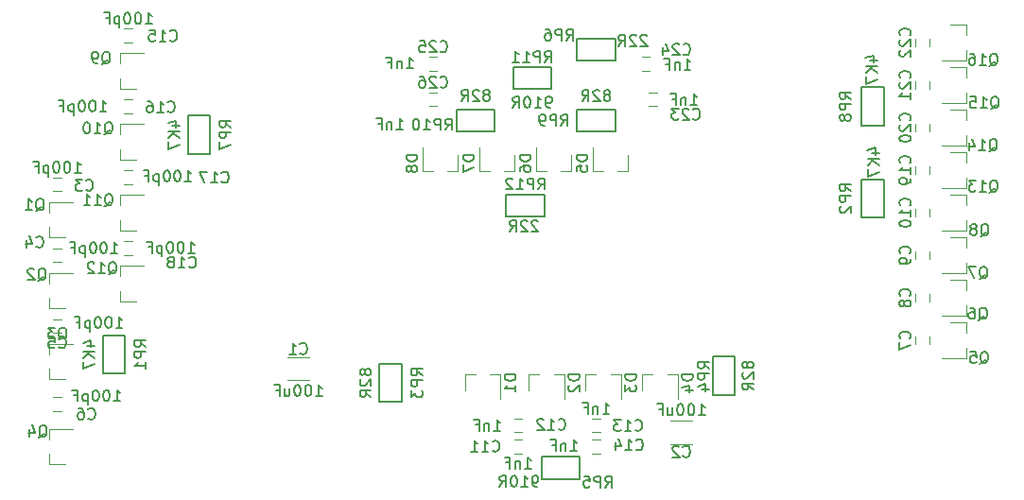
<source format=gbo>
G04 #@! TF.FileFunction,Legend,Bot*
%FSLAX46Y46*%
G04 Gerber Fmt 4.6, Leading zero omitted, Abs format (unit mm)*
G04 Created by KiCad (PCBNEW 4.0.6) date 06/24/17 11:43:18*
%MOMM*%
%LPD*%
G01*
G04 APERTURE LIST*
%ADD10C,0.100000*%
%ADD11C,0.120000*%
%ADD12C,0.150000*%
G04 APERTURE END LIST*
D10*
D11*
X152670000Y-113280000D02*
X154670000Y-113280000D01*
X154670000Y-115320000D02*
X152670000Y-115320000D01*
X188960000Y-121035000D02*
X186960000Y-121035000D01*
X186960000Y-118995000D02*
X188960000Y-118995000D01*
X131730000Y-98390000D02*
X132430000Y-98390000D01*
X132430000Y-97190000D02*
X131730000Y-97190000D01*
X131730000Y-104740000D02*
X132430000Y-104740000D01*
X132430000Y-103540000D02*
X131730000Y-103540000D01*
X131730000Y-111090000D02*
X132430000Y-111090000D01*
X132430000Y-109890000D02*
X131730000Y-109890000D01*
X131730000Y-118075000D02*
X132430000Y-118075000D01*
X132430000Y-116875000D02*
X131730000Y-116875000D01*
X208950000Y-111410000D02*
X208950000Y-112110000D01*
X210150000Y-112110000D02*
X210150000Y-111410000D01*
X208950000Y-107600000D02*
X208950000Y-108300000D01*
X210150000Y-108300000D02*
X210150000Y-107600000D01*
X208950000Y-103790000D02*
X208950000Y-104490000D01*
X210150000Y-104490000D02*
X210150000Y-103790000D01*
X208950000Y-99980000D02*
X208950000Y-100680000D01*
X210150000Y-100680000D02*
X210150000Y-99980000D01*
X173705000Y-120685000D02*
X173005000Y-120685000D01*
X173005000Y-121885000D02*
X173705000Y-121885000D01*
X173705000Y-118780000D02*
X173005000Y-118780000D01*
X173005000Y-119980000D02*
X173705000Y-119980000D01*
X179990000Y-119980000D02*
X180690000Y-119980000D01*
X180690000Y-118780000D02*
X179990000Y-118780000D01*
X179990000Y-121885000D02*
X180690000Y-121885000D01*
X180690000Y-120685000D02*
X179990000Y-120685000D01*
X138080000Y-85055000D02*
X138780000Y-85055000D01*
X138780000Y-83855000D02*
X138080000Y-83855000D01*
X138080000Y-91405000D02*
X138780000Y-91405000D01*
X138780000Y-90205000D02*
X138080000Y-90205000D01*
X138080000Y-97755000D02*
X138780000Y-97755000D01*
X138780000Y-96555000D02*
X138080000Y-96555000D01*
X138080000Y-104105000D02*
X138780000Y-104105000D01*
X138780000Y-102905000D02*
X138080000Y-102905000D01*
X208950000Y-96170000D02*
X208950000Y-96870000D01*
X210150000Y-96870000D02*
X210150000Y-96170000D01*
X208950000Y-92360000D02*
X208950000Y-93060000D01*
X210150000Y-93060000D02*
X210150000Y-92360000D01*
X208950000Y-88550000D02*
X208950000Y-89250000D01*
X210150000Y-89250000D02*
X210150000Y-88550000D01*
X208950000Y-84740000D02*
X208950000Y-85440000D01*
X210150000Y-85440000D02*
X210150000Y-84740000D01*
X185070000Y-90770000D02*
X185770000Y-90770000D01*
X185770000Y-89570000D02*
X185070000Y-89570000D01*
X184435000Y-87595000D02*
X185135000Y-87595000D01*
X185135000Y-86395000D02*
X184435000Y-86395000D01*
X166085000Y-86395000D02*
X165385000Y-86395000D01*
X165385000Y-87595000D02*
X166085000Y-87595000D01*
X166085000Y-89570000D02*
X165385000Y-89570000D01*
X165385000Y-90770000D02*
X166085000Y-90770000D01*
X168600000Y-114810000D02*
X169530000Y-114810000D01*
X171760000Y-114810000D02*
X170830000Y-114810000D01*
X171760000Y-114810000D02*
X171760000Y-116970000D01*
X168600000Y-114810000D02*
X168600000Y-116270000D01*
X174315000Y-114810000D02*
X175245000Y-114810000D01*
X177475000Y-114810000D02*
X176545000Y-114810000D01*
X177475000Y-114810000D02*
X177475000Y-116970000D01*
X174315000Y-114810000D02*
X174315000Y-116270000D01*
X179395000Y-114810000D02*
X180325000Y-114810000D01*
X182555000Y-114810000D02*
X181625000Y-114810000D01*
X182555000Y-114810000D02*
X182555000Y-116970000D01*
X179395000Y-114810000D02*
X179395000Y-116270000D01*
X184475000Y-114810000D02*
X185405000Y-114810000D01*
X187635000Y-114810000D02*
X186705000Y-114810000D01*
X187635000Y-114810000D02*
X187635000Y-116970000D01*
X184475000Y-114810000D02*
X184475000Y-116270000D01*
X183190000Y-96645000D02*
X182260000Y-96645000D01*
X180030000Y-96645000D02*
X180960000Y-96645000D01*
X180030000Y-96645000D02*
X180030000Y-94485000D01*
X183190000Y-96645000D02*
X183190000Y-95185000D01*
X178110000Y-96645000D02*
X177180000Y-96645000D01*
X174950000Y-96645000D02*
X175880000Y-96645000D01*
X174950000Y-96645000D02*
X174950000Y-94485000D01*
X178110000Y-96645000D02*
X178110000Y-95185000D01*
X173030000Y-96645000D02*
X172100000Y-96645000D01*
X169870000Y-96645000D02*
X170800000Y-96645000D01*
X169870000Y-96645000D02*
X169870000Y-94485000D01*
X173030000Y-96645000D02*
X173030000Y-95185000D01*
X167950000Y-96645000D02*
X167020000Y-96645000D01*
X164790000Y-96645000D02*
X165720000Y-96645000D01*
X164790000Y-96645000D02*
X164790000Y-94485000D01*
X167950000Y-96645000D02*
X167950000Y-95185000D01*
X131320000Y-102545000D02*
X131320000Y-101615000D01*
X131320000Y-99385000D02*
X131320000Y-100315000D01*
X131320000Y-99385000D02*
X133480000Y-99385000D01*
X131320000Y-102545000D02*
X132780000Y-102545000D01*
X131320000Y-108895000D02*
X131320000Y-107965000D01*
X131320000Y-105735000D02*
X131320000Y-106665000D01*
X131320000Y-105735000D02*
X133480000Y-105735000D01*
X131320000Y-108895000D02*
X132780000Y-108895000D01*
X131320000Y-115245000D02*
X131320000Y-114315000D01*
X131320000Y-112085000D02*
X131320000Y-113015000D01*
X131320000Y-112085000D02*
X133480000Y-112085000D01*
X131320000Y-115245000D02*
X132780000Y-115245000D01*
X131320000Y-122865000D02*
X131320000Y-121935000D01*
X131320000Y-119705000D02*
X131320000Y-120635000D01*
X131320000Y-119705000D02*
X133480000Y-119705000D01*
X131320000Y-122865000D02*
X132780000Y-122865000D01*
X213485000Y-110180000D02*
X213485000Y-111110000D01*
X213485000Y-113340000D02*
X213485000Y-112410000D01*
X213485000Y-113340000D02*
X211325000Y-113340000D01*
X213485000Y-110180000D02*
X212025000Y-110180000D01*
X213485000Y-106370000D02*
X213485000Y-107300000D01*
X213485000Y-109530000D02*
X213485000Y-108600000D01*
X213485000Y-109530000D02*
X211325000Y-109530000D01*
X213485000Y-106370000D02*
X212025000Y-106370000D01*
X213485000Y-102560000D02*
X213485000Y-103490000D01*
X213485000Y-105720000D02*
X213485000Y-104790000D01*
X213485000Y-105720000D02*
X211325000Y-105720000D01*
X213485000Y-102560000D02*
X212025000Y-102560000D01*
X213485000Y-98750000D02*
X213485000Y-99680000D01*
X213485000Y-101910000D02*
X213485000Y-100980000D01*
X213485000Y-101910000D02*
X211325000Y-101910000D01*
X213485000Y-98750000D02*
X212025000Y-98750000D01*
X137670000Y-89210000D02*
X137670000Y-88280000D01*
X137670000Y-86050000D02*
X137670000Y-86980000D01*
X137670000Y-86050000D02*
X139830000Y-86050000D01*
X137670000Y-89210000D02*
X139130000Y-89210000D01*
X137670000Y-95560000D02*
X137670000Y-94630000D01*
X137670000Y-92400000D02*
X137670000Y-93330000D01*
X137670000Y-92400000D02*
X139830000Y-92400000D01*
X137670000Y-95560000D02*
X139130000Y-95560000D01*
X137670000Y-101910000D02*
X137670000Y-100980000D01*
X137670000Y-98750000D02*
X137670000Y-99680000D01*
X137670000Y-98750000D02*
X139830000Y-98750000D01*
X137670000Y-101910000D02*
X139130000Y-101910000D01*
X137670000Y-108260000D02*
X137670000Y-107330000D01*
X137670000Y-105100000D02*
X137670000Y-106030000D01*
X137670000Y-105100000D02*
X139830000Y-105100000D01*
X137670000Y-108260000D02*
X139130000Y-108260000D01*
X213485000Y-94940000D02*
X213485000Y-95870000D01*
X213485000Y-98100000D02*
X213485000Y-97170000D01*
X213485000Y-98100000D02*
X211325000Y-98100000D01*
X213485000Y-94940000D02*
X212025000Y-94940000D01*
X213485000Y-91130000D02*
X213485000Y-92060000D01*
X213485000Y-94290000D02*
X213485000Y-93360000D01*
X213485000Y-94290000D02*
X211325000Y-94290000D01*
X213485000Y-91130000D02*
X212025000Y-91130000D01*
X213485000Y-87320000D02*
X213485000Y-88250000D01*
X213485000Y-90480000D02*
X213485000Y-89550000D01*
X213485000Y-90480000D02*
X211325000Y-90480000D01*
X213485000Y-87320000D02*
X212025000Y-87320000D01*
X213485000Y-83510000D02*
X213485000Y-84440000D01*
X213485000Y-86670000D02*
X213485000Y-85740000D01*
X213485000Y-86670000D02*
X211325000Y-86670000D01*
X213485000Y-83510000D02*
X212025000Y-83510000D01*
D12*
X136160000Y-114730000D02*
X138160000Y-114730000D01*
X138160000Y-114730000D02*
X138160000Y-111330000D01*
X138160000Y-111330000D02*
X136160000Y-111330000D01*
X136160000Y-111330000D02*
X136160000Y-114730000D01*
X206105000Y-97360000D02*
X204105000Y-97360000D01*
X204105000Y-97360000D02*
X204105000Y-100760000D01*
X204105000Y-100760000D02*
X206105000Y-100760000D01*
X206105000Y-100760000D02*
X206105000Y-97360000D01*
X160925000Y-117270000D02*
X162925000Y-117270000D01*
X162925000Y-117270000D02*
X162925000Y-113870000D01*
X162925000Y-113870000D02*
X160925000Y-113870000D01*
X160925000Y-113870000D02*
X160925000Y-117270000D01*
X192770000Y-113235000D02*
X190770000Y-113235000D01*
X190770000Y-113235000D02*
X190770000Y-116635000D01*
X190770000Y-116635000D02*
X192770000Y-116635000D01*
X192770000Y-116635000D02*
X192770000Y-113235000D01*
X175465000Y-122190000D02*
X175465000Y-124190000D01*
X175465000Y-124190000D02*
X178865000Y-124190000D01*
X178865000Y-124190000D02*
X178865000Y-122190000D01*
X178865000Y-122190000D02*
X175465000Y-122190000D01*
X182040000Y-86725000D02*
X182040000Y-84725000D01*
X182040000Y-84725000D02*
X178640000Y-84725000D01*
X178640000Y-84725000D02*
X178640000Y-86725000D01*
X178640000Y-86725000D02*
X182040000Y-86725000D01*
X143780000Y-95045000D02*
X145780000Y-95045000D01*
X145780000Y-95045000D02*
X145780000Y-91645000D01*
X145780000Y-91645000D02*
X143780000Y-91645000D01*
X143780000Y-91645000D02*
X143780000Y-95045000D01*
X206105000Y-89105000D02*
X204105000Y-89105000D01*
X204105000Y-89105000D02*
X204105000Y-92505000D01*
X204105000Y-92505000D02*
X206105000Y-92505000D01*
X206105000Y-92505000D02*
X206105000Y-89105000D01*
X178640000Y-91075000D02*
X178640000Y-93075000D01*
X178640000Y-93075000D02*
X182040000Y-93075000D01*
X182040000Y-93075000D02*
X182040000Y-91075000D01*
X182040000Y-91075000D02*
X178640000Y-91075000D01*
X167845000Y-91075000D02*
X167845000Y-93075000D01*
X167845000Y-93075000D02*
X171245000Y-93075000D01*
X171245000Y-93075000D02*
X171245000Y-91075000D01*
X171245000Y-91075000D02*
X167845000Y-91075000D01*
X176325000Y-89265000D02*
X176325000Y-87265000D01*
X176325000Y-87265000D02*
X172925000Y-87265000D01*
X172925000Y-87265000D02*
X172925000Y-89265000D01*
X172925000Y-89265000D02*
X176325000Y-89265000D01*
X175690000Y-100695000D02*
X175690000Y-98695000D01*
X175690000Y-98695000D02*
X172290000Y-98695000D01*
X172290000Y-98695000D02*
X172290000Y-100695000D01*
X172290000Y-100695000D02*
X175690000Y-100695000D01*
X153836666Y-112907143D02*
X153884285Y-112954762D01*
X154027142Y-113002381D01*
X154122380Y-113002381D01*
X154265238Y-112954762D01*
X154360476Y-112859524D01*
X154408095Y-112764286D01*
X154455714Y-112573810D01*
X154455714Y-112430952D01*
X154408095Y-112240476D01*
X154360476Y-112145238D01*
X154265238Y-112050000D01*
X154122380Y-112002381D01*
X154027142Y-112002381D01*
X153884285Y-112050000D01*
X153836666Y-112097619D01*
X152884285Y-113002381D02*
X153455714Y-113002381D01*
X153170000Y-113002381D02*
X153170000Y-112002381D01*
X153265238Y-112145238D01*
X153360476Y-112240476D01*
X153455714Y-112288095D01*
X155217619Y-116752381D02*
X155789048Y-116752381D01*
X155503334Y-116752381D02*
X155503334Y-115752381D01*
X155598572Y-115895238D01*
X155693810Y-115990476D01*
X155789048Y-116038095D01*
X154598572Y-115752381D02*
X154503333Y-115752381D01*
X154408095Y-115800000D01*
X154360476Y-115847619D01*
X154312857Y-115942857D01*
X154265238Y-116133333D01*
X154265238Y-116371429D01*
X154312857Y-116561905D01*
X154360476Y-116657143D01*
X154408095Y-116704762D01*
X154503333Y-116752381D01*
X154598572Y-116752381D01*
X154693810Y-116704762D01*
X154741429Y-116657143D01*
X154789048Y-116561905D01*
X154836667Y-116371429D01*
X154836667Y-116133333D01*
X154789048Y-115942857D01*
X154741429Y-115847619D01*
X154693810Y-115800000D01*
X154598572Y-115752381D01*
X153646191Y-115752381D02*
X153550952Y-115752381D01*
X153455714Y-115800000D01*
X153408095Y-115847619D01*
X153360476Y-115942857D01*
X153312857Y-116133333D01*
X153312857Y-116371429D01*
X153360476Y-116561905D01*
X153408095Y-116657143D01*
X153455714Y-116704762D01*
X153550952Y-116752381D01*
X153646191Y-116752381D01*
X153741429Y-116704762D01*
X153789048Y-116657143D01*
X153836667Y-116561905D01*
X153884286Y-116371429D01*
X153884286Y-116133333D01*
X153836667Y-115942857D01*
X153789048Y-115847619D01*
X153741429Y-115800000D01*
X153646191Y-115752381D01*
X152455714Y-116085714D02*
X152455714Y-116752381D01*
X152884286Y-116085714D02*
X152884286Y-116609524D01*
X152836667Y-116704762D01*
X152741429Y-116752381D01*
X152598571Y-116752381D01*
X152503333Y-116704762D01*
X152455714Y-116657143D01*
X151646190Y-116228571D02*
X151979524Y-116228571D01*
X151979524Y-116752381D02*
X151979524Y-115752381D01*
X151503333Y-115752381D01*
X188126666Y-122122143D02*
X188174285Y-122169762D01*
X188317142Y-122217381D01*
X188412380Y-122217381D01*
X188555238Y-122169762D01*
X188650476Y-122074524D01*
X188698095Y-121979286D01*
X188745714Y-121788810D01*
X188745714Y-121645952D01*
X188698095Y-121455476D01*
X188650476Y-121360238D01*
X188555238Y-121265000D01*
X188412380Y-121217381D01*
X188317142Y-121217381D01*
X188174285Y-121265000D01*
X188126666Y-121312619D01*
X187745714Y-121312619D02*
X187698095Y-121265000D01*
X187602857Y-121217381D01*
X187364761Y-121217381D01*
X187269523Y-121265000D01*
X187221904Y-121312619D01*
X187174285Y-121407857D01*
X187174285Y-121503095D01*
X187221904Y-121645952D01*
X187793333Y-122217381D01*
X187174285Y-122217381D01*
X189507619Y-118467381D02*
X190079048Y-118467381D01*
X189793334Y-118467381D02*
X189793334Y-117467381D01*
X189888572Y-117610238D01*
X189983810Y-117705476D01*
X190079048Y-117753095D01*
X188888572Y-117467381D02*
X188793333Y-117467381D01*
X188698095Y-117515000D01*
X188650476Y-117562619D01*
X188602857Y-117657857D01*
X188555238Y-117848333D01*
X188555238Y-118086429D01*
X188602857Y-118276905D01*
X188650476Y-118372143D01*
X188698095Y-118419762D01*
X188793333Y-118467381D01*
X188888572Y-118467381D01*
X188983810Y-118419762D01*
X189031429Y-118372143D01*
X189079048Y-118276905D01*
X189126667Y-118086429D01*
X189126667Y-117848333D01*
X189079048Y-117657857D01*
X189031429Y-117562619D01*
X188983810Y-117515000D01*
X188888572Y-117467381D01*
X187936191Y-117467381D02*
X187840952Y-117467381D01*
X187745714Y-117515000D01*
X187698095Y-117562619D01*
X187650476Y-117657857D01*
X187602857Y-117848333D01*
X187602857Y-118086429D01*
X187650476Y-118276905D01*
X187698095Y-118372143D01*
X187745714Y-118419762D01*
X187840952Y-118467381D01*
X187936191Y-118467381D01*
X188031429Y-118419762D01*
X188079048Y-118372143D01*
X188126667Y-118276905D01*
X188174286Y-118086429D01*
X188174286Y-117848333D01*
X188126667Y-117657857D01*
X188079048Y-117562619D01*
X188031429Y-117515000D01*
X187936191Y-117467381D01*
X186745714Y-117800714D02*
X186745714Y-118467381D01*
X187174286Y-117800714D02*
X187174286Y-118324524D01*
X187126667Y-118419762D01*
X187031429Y-118467381D01*
X186888571Y-118467381D01*
X186793333Y-118419762D01*
X186745714Y-118372143D01*
X185936190Y-117943571D02*
X186269524Y-117943571D01*
X186269524Y-118467381D02*
X186269524Y-117467381D01*
X185793333Y-117467381D01*
X134672366Y-98261443D02*
X134719985Y-98309062D01*
X134862842Y-98356681D01*
X134958080Y-98356681D01*
X135100938Y-98309062D01*
X135196176Y-98213824D01*
X135243795Y-98118586D01*
X135291414Y-97928110D01*
X135291414Y-97785252D01*
X135243795Y-97594776D01*
X135196176Y-97499538D01*
X135100938Y-97404300D01*
X134958080Y-97356681D01*
X134862842Y-97356681D01*
X134719985Y-97404300D01*
X134672366Y-97451919D01*
X134339033Y-97356681D02*
X133719985Y-97356681D01*
X134053319Y-97737633D01*
X133910461Y-97737633D01*
X133815223Y-97785252D01*
X133767604Y-97832871D01*
X133719985Y-97928110D01*
X133719985Y-98166205D01*
X133767604Y-98261443D01*
X133815223Y-98309062D01*
X133910461Y-98356681D01*
X134196176Y-98356681D01*
X134291414Y-98309062D01*
X134339033Y-98261443D01*
X133627619Y-96742381D02*
X134199048Y-96742381D01*
X133913334Y-96742381D02*
X133913334Y-95742381D01*
X134008572Y-95885238D01*
X134103810Y-95980476D01*
X134199048Y-96028095D01*
X133008572Y-95742381D02*
X132913333Y-95742381D01*
X132818095Y-95790000D01*
X132770476Y-95837619D01*
X132722857Y-95932857D01*
X132675238Y-96123333D01*
X132675238Y-96361429D01*
X132722857Y-96551905D01*
X132770476Y-96647143D01*
X132818095Y-96694762D01*
X132913333Y-96742381D01*
X133008572Y-96742381D01*
X133103810Y-96694762D01*
X133151429Y-96647143D01*
X133199048Y-96551905D01*
X133246667Y-96361429D01*
X133246667Y-96123333D01*
X133199048Y-95932857D01*
X133151429Y-95837619D01*
X133103810Y-95790000D01*
X133008572Y-95742381D01*
X132056191Y-95742381D02*
X131960952Y-95742381D01*
X131865714Y-95790000D01*
X131818095Y-95837619D01*
X131770476Y-95932857D01*
X131722857Y-96123333D01*
X131722857Y-96361429D01*
X131770476Y-96551905D01*
X131818095Y-96647143D01*
X131865714Y-96694762D01*
X131960952Y-96742381D01*
X132056191Y-96742381D01*
X132151429Y-96694762D01*
X132199048Y-96647143D01*
X132246667Y-96551905D01*
X132294286Y-96361429D01*
X132294286Y-96123333D01*
X132246667Y-95932857D01*
X132199048Y-95837619D01*
X132151429Y-95790000D01*
X132056191Y-95742381D01*
X131294286Y-96075714D02*
X131294286Y-97075714D01*
X131294286Y-96123333D02*
X131199048Y-96075714D01*
X131008571Y-96075714D01*
X130913333Y-96123333D01*
X130865714Y-96170952D01*
X130818095Y-96266190D01*
X130818095Y-96551905D01*
X130865714Y-96647143D01*
X130913333Y-96694762D01*
X131008571Y-96742381D01*
X131199048Y-96742381D01*
X131294286Y-96694762D01*
X130056190Y-96218571D02*
X130389524Y-96218571D01*
X130389524Y-96742381D02*
X130389524Y-95742381D01*
X129913333Y-95742381D01*
X130214666Y-103354143D02*
X130262285Y-103401762D01*
X130405142Y-103449381D01*
X130500380Y-103449381D01*
X130643238Y-103401762D01*
X130738476Y-103306524D01*
X130786095Y-103211286D01*
X130833714Y-103020810D01*
X130833714Y-102877952D01*
X130786095Y-102687476D01*
X130738476Y-102592238D01*
X130643238Y-102497000D01*
X130500380Y-102449381D01*
X130405142Y-102449381D01*
X130262285Y-102497000D01*
X130214666Y-102544619D01*
X129357523Y-102782714D02*
X129357523Y-103449381D01*
X129595619Y-102401762D02*
X129833714Y-103116048D01*
X129214666Y-103116048D01*
X136904219Y-103957381D02*
X137475648Y-103957381D01*
X137189934Y-103957381D02*
X137189934Y-102957381D01*
X137285172Y-103100238D01*
X137380410Y-103195476D01*
X137475648Y-103243095D01*
X136285172Y-102957381D02*
X136189933Y-102957381D01*
X136094695Y-103005000D01*
X136047076Y-103052619D01*
X135999457Y-103147857D01*
X135951838Y-103338333D01*
X135951838Y-103576429D01*
X135999457Y-103766905D01*
X136047076Y-103862143D01*
X136094695Y-103909762D01*
X136189933Y-103957381D01*
X136285172Y-103957381D01*
X136380410Y-103909762D01*
X136428029Y-103862143D01*
X136475648Y-103766905D01*
X136523267Y-103576429D01*
X136523267Y-103338333D01*
X136475648Y-103147857D01*
X136428029Y-103052619D01*
X136380410Y-103005000D01*
X136285172Y-102957381D01*
X135332791Y-102957381D02*
X135237552Y-102957381D01*
X135142314Y-103005000D01*
X135094695Y-103052619D01*
X135047076Y-103147857D01*
X134999457Y-103338333D01*
X134999457Y-103576429D01*
X135047076Y-103766905D01*
X135094695Y-103862143D01*
X135142314Y-103909762D01*
X135237552Y-103957381D01*
X135332791Y-103957381D01*
X135428029Y-103909762D01*
X135475648Y-103862143D01*
X135523267Y-103766905D01*
X135570886Y-103576429D01*
X135570886Y-103338333D01*
X135523267Y-103147857D01*
X135475648Y-103052619D01*
X135428029Y-103005000D01*
X135332791Y-102957381D01*
X134570886Y-103290714D02*
X134570886Y-104290714D01*
X134570886Y-103338333D02*
X134475648Y-103290714D01*
X134285171Y-103290714D01*
X134189933Y-103338333D01*
X134142314Y-103385952D01*
X134094695Y-103481190D01*
X134094695Y-103766905D01*
X134142314Y-103862143D01*
X134189933Y-103909762D01*
X134285171Y-103957381D01*
X134475648Y-103957381D01*
X134570886Y-103909762D01*
X133332790Y-103433571D02*
X133666124Y-103433571D01*
X133666124Y-103957381D02*
X133666124Y-102957381D01*
X133189933Y-102957381D01*
X132246666Y-112347143D02*
X132294285Y-112394762D01*
X132437142Y-112442381D01*
X132532380Y-112442381D01*
X132675238Y-112394762D01*
X132770476Y-112299524D01*
X132818095Y-112204286D01*
X132865714Y-112013810D01*
X132865714Y-111870952D01*
X132818095Y-111680476D01*
X132770476Y-111585238D01*
X132675238Y-111490000D01*
X132532380Y-111442381D01*
X132437142Y-111442381D01*
X132294285Y-111490000D01*
X132246666Y-111537619D01*
X131341904Y-111442381D02*
X131818095Y-111442381D01*
X131865714Y-111918571D01*
X131818095Y-111870952D01*
X131722857Y-111823333D01*
X131484761Y-111823333D01*
X131389523Y-111870952D01*
X131341904Y-111918571D01*
X131294285Y-112013810D01*
X131294285Y-112251905D01*
X131341904Y-112347143D01*
X131389523Y-112394762D01*
X131484761Y-112442381D01*
X131722857Y-112442381D01*
X131818095Y-112394762D01*
X131865714Y-112347143D01*
X137348719Y-110662981D02*
X137920148Y-110662981D01*
X137634434Y-110662981D02*
X137634434Y-109662981D01*
X137729672Y-109805838D01*
X137824910Y-109901076D01*
X137920148Y-109948695D01*
X136729672Y-109662981D02*
X136634433Y-109662981D01*
X136539195Y-109710600D01*
X136491576Y-109758219D01*
X136443957Y-109853457D01*
X136396338Y-110043933D01*
X136396338Y-110282029D01*
X136443957Y-110472505D01*
X136491576Y-110567743D01*
X136539195Y-110615362D01*
X136634433Y-110662981D01*
X136729672Y-110662981D01*
X136824910Y-110615362D01*
X136872529Y-110567743D01*
X136920148Y-110472505D01*
X136967767Y-110282029D01*
X136967767Y-110043933D01*
X136920148Y-109853457D01*
X136872529Y-109758219D01*
X136824910Y-109710600D01*
X136729672Y-109662981D01*
X135777291Y-109662981D02*
X135682052Y-109662981D01*
X135586814Y-109710600D01*
X135539195Y-109758219D01*
X135491576Y-109853457D01*
X135443957Y-110043933D01*
X135443957Y-110282029D01*
X135491576Y-110472505D01*
X135539195Y-110567743D01*
X135586814Y-110615362D01*
X135682052Y-110662981D01*
X135777291Y-110662981D01*
X135872529Y-110615362D01*
X135920148Y-110567743D01*
X135967767Y-110472505D01*
X136015386Y-110282029D01*
X136015386Y-110043933D01*
X135967767Y-109853457D01*
X135920148Y-109758219D01*
X135872529Y-109710600D01*
X135777291Y-109662981D01*
X135015386Y-109996314D02*
X135015386Y-110996314D01*
X135015386Y-110043933D02*
X134920148Y-109996314D01*
X134729671Y-109996314D01*
X134634433Y-110043933D01*
X134586814Y-110091552D01*
X134539195Y-110186790D01*
X134539195Y-110472505D01*
X134586814Y-110567743D01*
X134634433Y-110615362D01*
X134729671Y-110662981D01*
X134920148Y-110662981D01*
X135015386Y-110615362D01*
X133777290Y-110139171D02*
X134110624Y-110139171D01*
X134110624Y-110662981D02*
X134110624Y-109662981D01*
X133634433Y-109662981D01*
X134862866Y-118746543D02*
X134910485Y-118794162D01*
X135053342Y-118841781D01*
X135148580Y-118841781D01*
X135291438Y-118794162D01*
X135386676Y-118698924D01*
X135434295Y-118603686D01*
X135481914Y-118413210D01*
X135481914Y-118270352D01*
X135434295Y-118079876D01*
X135386676Y-117984638D01*
X135291438Y-117889400D01*
X135148580Y-117841781D01*
X135053342Y-117841781D01*
X134910485Y-117889400D01*
X134862866Y-117937019D01*
X134005723Y-117841781D02*
X134196200Y-117841781D01*
X134291438Y-117889400D01*
X134339057Y-117937019D01*
X134434295Y-118079876D01*
X134481914Y-118270352D01*
X134481914Y-118651305D01*
X134434295Y-118746543D01*
X134386676Y-118794162D01*
X134291438Y-118841781D01*
X134100961Y-118841781D01*
X134005723Y-118794162D01*
X133958104Y-118746543D01*
X133910485Y-118651305D01*
X133910485Y-118413210D01*
X133958104Y-118317971D01*
X134005723Y-118270352D01*
X134100961Y-118222733D01*
X134291438Y-118222733D01*
X134386676Y-118270352D01*
X134434295Y-118317971D01*
X134481914Y-118413210D01*
X137145519Y-117216181D02*
X137716948Y-117216181D01*
X137431234Y-117216181D02*
X137431234Y-116216181D01*
X137526472Y-116359038D01*
X137621710Y-116454276D01*
X137716948Y-116501895D01*
X136526472Y-116216181D02*
X136431233Y-116216181D01*
X136335995Y-116263800D01*
X136288376Y-116311419D01*
X136240757Y-116406657D01*
X136193138Y-116597133D01*
X136193138Y-116835229D01*
X136240757Y-117025705D01*
X136288376Y-117120943D01*
X136335995Y-117168562D01*
X136431233Y-117216181D01*
X136526472Y-117216181D01*
X136621710Y-117168562D01*
X136669329Y-117120943D01*
X136716948Y-117025705D01*
X136764567Y-116835229D01*
X136764567Y-116597133D01*
X136716948Y-116406657D01*
X136669329Y-116311419D01*
X136621710Y-116263800D01*
X136526472Y-116216181D01*
X135574091Y-116216181D02*
X135478852Y-116216181D01*
X135383614Y-116263800D01*
X135335995Y-116311419D01*
X135288376Y-116406657D01*
X135240757Y-116597133D01*
X135240757Y-116835229D01*
X135288376Y-117025705D01*
X135335995Y-117120943D01*
X135383614Y-117168562D01*
X135478852Y-117216181D01*
X135574091Y-117216181D01*
X135669329Y-117168562D01*
X135716948Y-117120943D01*
X135764567Y-117025705D01*
X135812186Y-116835229D01*
X135812186Y-116597133D01*
X135764567Y-116406657D01*
X135716948Y-116311419D01*
X135669329Y-116263800D01*
X135574091Y-116216181D01*
X134812186Y-116549514D02*
X134812186Y-117549514D01*
X134812186Y-116597133D02*
X134716948Y-116549514D01*
X134526471Y-116549514D01*
X134431233Y-116597133D01*
X134383614Y-116644752D01*
X134335995Y-116739990D01*
X134335995Y-117025705D01*
X134383614Y-117120943D01*
X134431233Y-117168562D01*
X134526471Y-117216181D01*
X134716948Y-117216181D01*
X134812186Y-117168562D01*
X133574090Y-116692371D02*
X133907424Y-116692371D01*
X133907424Y-117216181D02*
X133907424Y-116216181D01*
X133431233Y-116216181D01*
X208407143Y-111593334D02*
X208454762Y-111545715D01*
X208502381Y-111402858D01*
X208502381Y-111307620D01*
X208454762Y-111164762D01*
X208359524Y-111069524D01*
X208264286Y-111021905D01*
X208073810Y-110974286D01*
X207930952Y-110974286D01*
X207740476Y-111021905D01*
X207645238Y-111069524D01*
X207550000Y-111164762D01*
X207502381Y-111307620D01*
X207502381Y-111402858D01*
X207550000Y-111545715D01*
X207597619Y-111593334D01*
X207502381Y-111926667D02*
X207502381Y-112593334D01*
X208502381Y-112164762D01*
X208407143Y-107783334D02*
X208454762Y-107735715D01*
X208502381Y-107592858D01*
X208502381Y-107497620D01*
X208454762Y-107354762D01*
X208359524Y-107259524D01*
X208264286Y-107211905D01*
X208073810Y-107164286D01*
X207930952Y-107164286D01*
X207740476Y-107211905D01*
X207645238Y-107259524D01*
X207550000Y-107354762D01*
X207502381Y-107497620D01*
X207502381Y-107592858D01*
X207550000Y-107735715D01*
X207597619Y-107783334D01*
X207930952Y-108354762D02*
X207883333Y-108259524D01*
X207835714Y-108211905D01*
X207740476Y-108164286D01*
X207692857Y-108164286D01*
X207597619Y-108211905D01*
X207550000Y-108259524D01*
X207502381Y-108354762D01*
X207502381Y-108545239D01*
X207550000Y-108640477D01*
X207597619Y-108688096D01*
X207692857Y-108735715D01*
X207740476Y-108735715D01*
X207835714Y-108688096D01*
X207883333Y-108640477D01*
X207930952Y-108545239D01*
X207930952Y-108354762D01*
X207978571Y-108259524D01*
X208026190Y-108211905D01*
X208121429Y-108164286D01*
X208311905Y-108164286D01*
X208407143Y-108211905D01*
X208454762Y-108259524D01*
X208502381Y-108354762D01*
X208502381Y-108545239D01*
X208454762Y-108640477D01*
X208407143Y-108688096D01*
X208311905Y-108735715D01*
X208121429Y-108735715D01*
X208026190Y-108688096D01*
X207978571Y-108640477D01*
X207930952Y-108545239D01*
X208407143Y-103973334D02*
X208454762Y-103925715D01*
X208502381Y-103782858D01*
X208502381Y-103687620D01*
X208454762Y-103544762D01*
X208359524Y-103449524D01*
X208264286Y-103401905D01*
X208073810Y-103354286D01*
X207930952Y-103354286D01*
X207740476Y-103401905D01*
X207645238Y-103449524D01*
X207550000Y-103544762D01*
X207502381Y-103687620D01*
X207502381Y-103782858D01*
X207550000Y-103925715D01*
X207597619Y-103973334D01*
X208502381Y-104449524D02*
X208502381Y-104640000D01*
X208454762Y-104735239D01*
X208407143Y-104782858D01*
X208264286Y-104878096D01*
X208073810Y-104925715D01*
X207692857Y-104925715D01*
X207597619Y-104878096D01*
X207550000Y-104830477D01*
X207502381Y-104735239D01*
X207502381Y-104544762D01*
X207550000Y-104449524D01*
X207597619Y-104401905D01*
X207692857Y-104354286D01*
X207930952Y-104354286D01*
X208026190Y-104401905D01*
X208073810Y-104449524D01*
X208121429Y-104544762D01*
X208121429Y-104735239D01*
X208073810Y-104830477D01*
X208026190Y-104878096D01*
X207930952Y-104925715D01*
X208407143Y-99687143D02*
X208454762Y-99639524D01*
X208502381Y-99496667D01*
X208502381Y-99401429D01*
X208454762Y-99258571D01*
X208359524Y-99163333D01*
X208264286Y-99115714D01*
X208073810Y-99068095D01*
X207930952Y-99068095D01*
X207740476Y-99115714D01*
X207645238Y-99163333D01*
X207550000Y-99258571D01*
X207502381Y-99401429D01*
X207502381Y-99496667D01*
X207550000Y-99639524D01*
X207597619Y-99687143D01*
X208502381Y-100639524D02*
X208502381Y-100068095D01*
X208502381Y-100353809D02*
X207502381Y-100353809D01*
X207645238Y-100258571D01*
X207740476Y-100163333D01*
X207788095Y-100068095D01*
X207502381Y-101258571D02*
X207502381Y-101353810D01*
X207550000Y-101449048D01*
X207597619Y-101496667D01*
X207692857Y-101544286D01*
X207883333Y-101591905D01*
X208121429Y-101591905D01*
X208311905Y-101544286D01*
X208407143Y-101496667D01*
X208454762Y-101449048D01*
X208502381Y-101353810D01*
X208502381Y-101258571D01*
X208454762Y-101163333D01*
X208407143Y-101115714D01*
X208311905Y-101068095D01*
X208121429Y-101020476D01*
X207883333Y-101020476D01*
X207692857Y-101068095D01*
X207597619Y-101115714D01*
X207550000Y-101163333D01*
X207502381Y-101258571D01*
X171064157Y-121642143D02*
X171111776Y-121689762D01*
X171254633Y-121737381D01*
X171349871Y-121737381D01*
X171492729Y-121689762D01*
X171587967Y-121594524D01*
X171635586Y-121499286D01*
X171683205Y-121308810D01*
X171683205Y-121165952D01*
X171635586Y-120975476D01*
X171587967Y-120880238D01*
X171492729Y-120785000D01*
X171349871Y-120737381D01*
X171254633Y-120737381D01*
X171111776Y-120785000D01*
X171064157Y-120832619D01*
X170111776Y-121737381D02*
X170683205Y-121737381D01*
X170397491Y-121737381D02*
X170397491Y-120737381D01*
X170492729Y-120880238D01*
X170587967Y-120975476D01*
X170683205Y-121023095D01*
X169159395Y-121737381D02*
X169730824Y-121737381D01*
X169445110Y-121737381D02*
X169445110Y-120737381D01*
X169540348Y-120880238D01*
X169635586Y-120975476D01*
X169730824Y-121023095D01*
X173950238Y-123237381D02*
X174521667Y-123237381D01*
X174235953Y-123237381D02*
X174235953Y-122237381D01*
X174331191Y-122380238D01*
X174426429Y-122475476D01*
X174521667Y-122523095D01*
X173521667Y-122570714D02*
X173521667Y-123237381D01*
X173521667Y-122665952D02*
X173474048Y-122618333D01*
X173378810Y-122570714D01*
X173235952Y-122570714D01*
X173140714Y-122618333D01*
X173093095Y-122713571D01*
X173093095Y-123237381D01*
X172283571Y-122713571D02*
X172616905Y-122713571D01*
X172616905Y-123237381D02*
X172616905Y-122237381D01*
X172140714Y-122237381D01*
X176969657Y-119686343D02*
X177017276Y-119733962D01*
X177160133Y-119781581D01*
X177255371Y-119781581D01*
X177398229Y-119733962D01*
X177493467Y-119638724D01*
X177541086Y-119543486D01*
X177588705Y-119353010D01*
X177588705Y-119210152D01*
X177541086Y-119019676D01*
X177493467Y-118924438D01*
X177398229Y-118829200D01*
X177255371Y-118781581D01*
X177160133Y-118781581D01*
X177017276Y-118829200D01*
X176969657Y-118876819D01*
X176017276Y-119781581D02*
X176588705Y-119781581D01*
X176302991Y-119781581D02*
X176302991Y-118781581D01*
X176398229Y-118924438D01*
X176493467Y-119019676D01*
X176588705Y-119067295D01*
X175636324Y-118876819D02*
X175588705Y-118829200D01*
X175493467Y-118781581D01*
X175255371Y-118781581D01*
X175160133Y-118829200D01*
X175112514Y-118876819D01*
X175064895Y-118972057D01*
X175064895Y-119067295D01*
X175112514Y-119210152D01*
X175683943Y-119781581D01*
X175064895Y-119781581D01*
X171194338Y-119857781D02*
X171765767Y-119857781D01*
X171480053Y-119857781D02*
X171480053Y-118857781D01*
X171575291Y-119000638D01*
X171670529Y-119095876D01*
X171765767Y-119143495D01*
X170765767Y-119191114D02*
X170765767Y-119857781D01*
X170765767Y-119286352D02*
X170718148Y-119238733D01*
X170622910Y-119191114D01*
X170480052Y-119191114D01*
X170384814Y-119238733D01*
X170337195Y-119333971D01*
X170337195Y-119857781D01*
X169527671Y-119333971D02*
X169861005Y-119333971D01*
X169861005Y-119857781D02*
X169861005Y-118857781D01*
X169384814Y-118857781D01*
X183840357Y-119787943D02*
X183887976Y-119835562D01*
X184030833Y-119883181D01*
X184126071Y-119883181D01*
X184268929Y-119835562D01*
X184364167Y-119740324D01*
X184411786Y-119645086D01*
X184459405Y-119454610D01*
X184459405Y-119311752D01*
X184411786Y-119121276D01*
X184364167Y-119026038D01*
X184268929Y-118930800D01*
X184126071Y-118883181D01*
X184030833Y-118883181D01*
X183887976Y-118930800D01*
X183840357Y-118978419D01*
X182887976Y-119883181D02*
X183459405Y-119883181D01*
X183173691Y-119883181D02*
X183173691Y-118883181D01*
X183268929Y-119026038D01*
X183364167Y-119121276D01*
X183459405Y-119168895D01*
X182554643Y-118883181D02*
X181935595Y-118883181D01*
X182268929Y-119264133D01*
X182126071Y-119264133D01*
X182030833Y-119311752D01*
X181983214Y-119359371D01*
X181935595Y-119454610D01*
X181935595Y-119692705D01*
X181983214Y-119787943D01*
X182030833Y-119835562D01*
X182126071Y-119883181D01*
X182411786Y-119883181D01*
X182507024Y-119835562D01*
X182554643Y-119787943D01*
X180935238Y-118332381D02*
X181506667Y-118332381D01*
X181220953Y-118332381D02*
X181220953Y-117332381D01*
X181316191Y-117475238D01*
X181411429Y-117570476D01*
X181506667Y-117618095D01*
X180506667Y-117665714D02*
X180506667Y-118332381D01*
X180506667Y-117760952D02*
X180459048Y-117713333D01*
X180363810Y-117665714D01*
X180220952Y-117665714D01*
X180125714Y-117713333D01*
X180078095Y-117808571D01*
X180078095Y-118332381D01*
X179268571Y-117808571D02*
X179601905Y-117808571D01*
X179601905Y-118332381D02*
X179601905Y-117332381D01*
X179125714Y-117332381D01*
X183903857Y-121515143D02*
X183951476Y-121562762D01*
X184094333Y-121610381D01*
X184189571Y-121610381D01*
X184332429Y-121562762D01*
X184427667Y-121467524D01*
X184475286Y-121372286D01*
X184522905Y-121181810D01*
X184522905Y-121038952D01*
X184475286Y-120848476D01*
X184427667Y-120753238D01*
X184332429Y-120658000D01*
X184189571Y-120610381D01*
X184094333Y-120610381D01*
X183951476Y-120658000D01*
X183903857Y-120705619D01*
X182951476Y-121610381D02*
X183522905Y-121610381D01*
X183237191Y-121610381D02*
X183237191Y-120610381D01*
X183332429Y-120753238D01*
X183427667Y-120848476D01*
X183522905Y-120896095D01*
X182094333Y-120943714D02*
X182094333Y-121610381D01*
X182332429Y-120562762D02*
X182570524Y-121277048D01*
X181951476Y-121277048D01*
X178052338Y-121661181D02*
X178623767Y-121661181D01*
X178338053Y-121661181D02*
X178338053Y-120661181D01*
X178433291Y-120804038D01*
X178528529Y-120899276D01*
X178623767Y-120946895D01*
X177623767Y-120994514D02*
X177623767Y-121661181D01*
X177623767Y-121089752D02*
X177576148Y-121042133D01*
X177480910Y-120994514D01*
X177338052Y-120994514D01*
X177242814Y-121042133D01*
X177195195Y-121137371D01*
X177195195Y-121661181D01*
X176385671Y-121137371D02*
X176719005Y-121137371D01*
X176719005Y-121661181D02*
X176719005Y-120661181D01*
X176242814Y-120661181D01*
X142184357Y-84875643D02*
X142231976Y-84923262D01*
X142374833Y-84970881D01*
X142470071Y-84970881D01*
X142612929Y-84923262D01*
X142708167Y-84828024D01*
X142755786Y-84732786D01*
X142803405Y-84542310D01*
X142803405Y-84399452D01*
X142755786Y-84208976D01*
X142708167Y-84113738D01*
X142612929Y-84018500D01*
X142470071Y-83970881D01*
X142374833Y-83970881D01*
X142231976Y-84018500D01*
X142184357Y-84066119D01*
X141231976Y-84970881D02*
X141803405Y-84970881D01*
X141517691Y-84970881D02*
X141517691Y-83970881D01*
X141612929Y-84113738D01*
X141708167Y-84208976D01*
X141803405Y-84256595D01*
X140327214Y-83970881D02*
X140803405Y-83970881D01*
X140851024Y-84447071D01*
X140803405Y-84399452D01*
X140708167Y-84351833D01*
X140470071Y-84351833D01*
X140374833Y-84399452D01*
X140327214Y-84447071D01*
X140279595Y-84542310D01*
X140279595Y-84780405D01*
X140327214Y-84875643D01*
X140374833Y-84923262D01*
X140470071Y-84970881D01*
X140708167Y-84970881D01*
X140803405Y-84923262D01*
X140851024Y-84875643D01*
X139977619Y-83407381D02*
X140549048Y-83407381D01*
X140263334Y-83407381D02*
X140263334Y-82407381D01*
X140358572Y-82550238D01*
X140453810Y-82645476D01*
X140549048Y-82693095D01*
X139358572Y-82407381D02*
X139263333Y-82407381D01*
X139168095Y-82455000D01*
X139120476Y-82502619D01*
X139072857Y-82597857D01*
X139025238Y-82788333D01*
X139025238Y-83026429D01*
X139072857Y-83216905D01*
X139120476Y-83312143D01*
X139168095Y-83359762D01*
X139263333Y-83407381D01*
X139358572Y-83407381D01*
X139453810Y-83359762D01*
X139501429Y-83312143D01*
X139549048Y-83216905D01*
X139596667Y-83026429D01*
X139596667Y-82788333D01*
X139549048Y-82597857D01*
X139501429Y-82502619D01*
X139453810Y-82455000D01*
X139358572Y-82407381D01*
X138406191Y-82407381D02*
X138310952Y-82407381D01*
X138215714Y-82455000D01*
X138168095Y-82502619D01*
X138120476Y-82597857D01*
X138072857Y-82788333D01*
X138072857Y-83026429D01*
X138120476Y-83216905D01*
X138168095Y-83312143D01*
X138215714Y-83359762D01*
X138310952Y-83407381D01*
X138406191Y-83407381D01*
X138501429Y-83359762D01*
X138549048Y-83312143D01*
X138596667Y-83216905D01*
X138644286Y-83026429D01*
X138644286Y-82788333D01*
X138596667Y-82597857D01*
X138549048Y-82502619D01*
X138501429Y-82455000D01*
X138406191Y-82407381D01*
X137644286Y-82740714D02*
X137644286Y-83740714D01*
X137644286Y-82788333D02*
X137549048Y-82740714D01*
X137358571Y-82740714D01*
X137263333Y-82788333D01*
X137215714Y-82835952D01*
X137168095Y-82931190D01*
X137168095Y-83216905D01*
X137215714Y-83312143D01*
X137263333Y-83359762D01*
X137358571Y-83407381D01*
X137549048Y-83407381D01*
X137644286Y-83359762D01*
X136406190Y-82883571D02*
X136739524Y-82883571D01*
X136739524Y-83407381D02*
X136739524Y-82407381D01*
X136263333Y-82407381D01*
X141981157Y-91263743D02*
X142028776Y-91311362D01*
X142171633Y-91358981D01*
X142266871Y-91358981D01*
X142409729Y-91311362D01*
X142504967Y-91216124D01*
X142552586Y-91120886D01*
X142600205Y-90930410D01*
X142600205Y-90787552D01*
X142552586Y-90597076D01*
X142504967Y-90501838D01*
X142409729Y-90406600D01*
X142266871Y-90358981D01*
X142171633Y-90358981D01*
X142028776Y-90406600D01*
X141981157Y-90454219D01*
X141028776Y-91358981D02*
X141600205Y-91358981D01*
X141314491Y-91358981D02*
X141314491Y-90358981D01*
X141409729Y-90501838D01*
X141504967Y-90597076D01*
X141600205Y-90644695D01*
X140171633Y-90358981D02*
X140362110Y-90358981D01*
X140457348Y-90406600D01*
X140504967Y-90454219D01*
X140600205Y-90597076D01*
X140647824Y-90787552D01*
X140647824Y-91168505D01*
X140600205Y-91263743D01*
X140552586Y-91311362D01*
X140457348Y-91358981D01*
X140266871Y-91358981D01*
X140171633Y-91311362D01*
X140124014Y-91263743D01*
X140076395Y-91168505D01*
X140076395Y-90930410D01*
X140124014Y-90835171D01*
X140171633Y-90787552D01*
X140266871Y-90739933D01*
X140457348Y-90739933D01*
X140552586Y-90787552D01*
X140600205Y-90835171D01*
X140647824Y-90930410D01*
X135900919Y-91270081D02*
X136472348Y-91270081D01*
X136186634Y-91270081D02*
X136186634Y-90270081D01*
X136281872Y-90412938D01*
X136377110Y-90508176D01*
X136472348Y-90555795D01*
X135281872Y-90270081D02*
X135186633Y-90270081D01*
X135091395Y-90317700D01*
X135043776Y-90365319D01*
X134996157Y-90460557D01*
X134948538Y-90651033D01*
X134948538Y-90889129D01*
X134996157Y-91079605D01*
X135043776Y-91174843D01*
X135091395Y-91222462D01*
X135186633Y-91270081D01*
X135281872Y-91270081D01*
X135377110Y-91222462D01*
X135424729Y-91174843D01*
X135472348Y-91079605D01*
X135519967Y-90889129D01*
X135519967Y-90651033D01*
X135472348Y-90460557D01*
X135424729Y-90365319D01*
X135377110Y-90317700D01*
X135281872Y-90270081D01*
X134329491Y-90270081D02*
X134234252Y-90270081D01*
X134139014Y-90317700D01*
X134091395Y-90365319D01*
X134043776Y-90460557D01*
X133996157Y-90651033D01*
X133996157Y-90889129D01*
X134043776Y-91079605D01*
X134091395Y-91174843D01*
X134139014Y-91222462D01*
X134234252Y-91270081D01*
X134329491Y-91270081D01*
X134424729Y-91222462D01*
X134472348Y-91174843D01*
X134519967Y-91079605D01*
X134567586Y-90889129D01*
X134567586Y-90651033D01*
X134519967Y-90460557D01*
X134472348Y-90365319D01*
X134424729Y-90317700D01*
X134329491Y-90270081D01*
X133567586Y-90603414D02*
X133567586Y-91603414D01*
X133567586Y-90651033D02*
X133472348Y-90603414D01*
X133281871Y-90603414D01*
X133186633Y-90651033D01*
X133139014Y-90698652D01*
X133091395Y-90793890D01*
X133091395Y-91079605D01*
X133139014Y-91174843D01*
X133186633Y-91222462D01*
X133281871Y-91270081D01*
X133472348Y-91270081D01*
X133567586Y-91222462D01*
X132329490Y-90746271D02*
X132662824Y-90746271D01*
X132662824Y-91270081D02*
X132662824Y-90270081D01*
X132186633Y-90270081D01*
X146807157Y-97562943D02*
X146854776Y-97610562D01*
X146997633Y-97658181D01*
X147092871Y-97658181D01*
X147235729Y-97610562D01*
X147330967Y-97515324D01*
X147378586Y-97420086D01*
X147426205Y-97229610D01*
X147426205Y-97086752D01*
X147378586Y-96896276D01*
X147330967Y-96801038D01*
X147235729Y-96705800D01*
X147092871Y-96658181D01*
X146997633Y-96658181D01*
X146854776Y-96705800D01*
X146807157Y-96753419D01*
X145854776Y-97658181D02*
X146426205Y-97658181D01*
X146140491Y-97658181D02*
X146140491Y-96658181D01*
X146235729Y-96801038D01*
X146330967Y-96896276D01*
X146426205Y-96943895D01*
X145521443Y-96658181D02*
X144854776Y-96658181D01*
X145283348Y-97658181D01*
X143508219Y-97531181D02*
X144079648Y-97531181D01*
X143793934Y-97531181D02*
X143793934Y-96531181D01*
X143889172Y-96674038D01*
X143984410Y-96769276D01*
X144079648Y-96816895D01*
X142889172Y-96531181D02*
X142793933Y-96531181D01*
X142698695Y-96578800D01*
X142651076Y-96626419D01*
X142603457Y-96721657D01*
X142555838Y-96912133D01*
X142555838Y-97150229D01*
X142603457Y-97340705D01*
X142651076Y-97435943D01*
X142698695Y-97483562D01*
X142793933Y-97531181D01*
X142889172Y-97531181D01*
X142984410Y-97483562D01*
X143032029Y-97435943D01*
X143079648Y-97340705D01*
X143127267Y-97150229D01*
X143127267Y-96912133D01*
X143079648Y-96721657D01*
X143032029Y-96626419D01*
X142984410Y-96578800D01*
X142889172Y-96531181D01*
X141936791Y-96531181D02*
X141841552Y-96531181D01*
X141746314Y-96578800D01*
X141698695Y-96626419D01*
X141651076Y-96721657D01*
X141603457Y-96912133D01*
X141603457Y-97150229D01*
X141651076Y-97340705D01*
X141698695Y-97435943D01*
X141746314Y-97483562D01*
X141841552Y-97531181D01*
X141936791Y-97531181D01*
X142032029Y-97483562D01*
X142079648Y-97435943D01*
X142127267Y-97340705D01*
X142174886Y-97150229D01*
X142174886Y-96912133D01*
X142127267Y-96721657D01*
X142079648Y-96626419D01*
X142032029Y-96578800D01*
X141936791Y-96531181D01*
X141174886Y-96864514D02*
X141174886Y-97864514D01*
X141174886Y-96912133D02*
X141079648Y-96864514D01*
X140889171Y-96864514D01*
X140793933Y-96912133D01*
X140746314Y-96959752D01*
X140698695Y-97054990D01*
X140698695Y-97340705D01*
X140746314Y-97435943D01*
X140793933Y-97483562D01*
X140889171Y-97531181D01*
X141079648Y-97531181D01*
X141174886Y-97483562D01*
X139936790Y-97007371D02*
X140270124Y-97007371D01*
X140270124Y-97531181D02*
X140270124Y-96531181D01*
X139793933Y-96531181D01*
X143886157Y-105182943D02*
X143933776Y-105230562D01*
X144076633Y-105278181D01*
X144171871Y-105278181D01*
X144314729Y-105230562D01*
X144409967Y-105135324D01*
X144457586Y-105040086D01*
X144505205Y-104849610D01*
X144505205Y-104706752D01*
X144457586Y-104516276D01*
X144409967Y-104421038D01*
X144314729Y-104325800D01*
X144171871Y-104278181D01*
X144076633Y-104278181D01*
X143933776Y-104325800D01*
X143886157Y-104373419D01*
X142933776Y-105278181D02*
X143505205Y-105278181D01*
X143219491Y-105278181D02*
X143219491Y-104278181D01*
X143314729Y-104421038D01*
X143409967Y-104516276D01*
X143505205Y-104563895D01*
X142362348Y-104706752D02*
X142457586Y-104659133D01*
X142505205Y-104611514D01*
X142552824Y-104516276D01*
X142552824Y-104468657D01*
X142505205Y-104373419D01*
X142457586Y-104325800D01*
X142362348Y-104278181D01*
X142171871Y-104278181D01*
X142076633Y-104325800D01*
X142029014Y-104373419D01*
X141981395Y-104468657D01*
X141981395Y-104516276D01*
X142029014Y-104611514D01*
X142076633Y-104659133D01*
X142171871Y-104706752D01*
X142362348Y-104706752D01*
X142457586Y-104754371D01*
X142505205Y-104801990D01*
X142552824Y-104897229D01*
X142552824Y-105087705D01*
X142505205Y-105182943D01*
X142457586Y-105230562D01*
X142362348Y-105278181D01*
X142171871Y-105278181D01*
X142076633Y-105230562D01*
X142029014Y-105182943D01*
X141981395Y-105087705D01*
X141981395Y-104897229D01*
X142029014Y-104801990D01*
X142076633Y-104754371D01*
X142171871Y-104706752D01*
X143800319Y-103931981D02*
X144371748Y-103931981D01*
X144086034Y-103931981D02*
X144086034Y-102931981D01*
X144181272Y-103074838D01*
X144276510Y-103170076D01*
X144371748Y-103217695D01*
X143181272Y-102931981D02*
X143086033Y-102931981D01*
X142990795Y-102979600D01*
X142943176Y-103027219D01*
X142895557Y-103122457D01*
X142847938Y-103312933D01*
X142847938Y-103551029D01*
X142895557Y-103741505D01*
X142943176Y-103836743D01*
X142990795Y-103884362D01*
X143086033Y-103931981D01*
X143181272Y-103931981D01*
X143276510Y-103884362D01*
X143324129Y-103836743D01*
X143371748Y-103741505D01*
X143419367Y-103551029D01*
X143419367Y-103312933D01*
X143371748Y-103122457D01*
X143324129Y-103027219D01*
X143276510Y-102979600D01*
X143181272Y-102931981D01*
X142228891Y-102931981D02*
X142133652Y-102931981D01*
X142038414Y-102979600D01*
X141990795Y-103027219D01*
X141943176Y-103122457D01*
X141895557Y-103312933D01*
X141895557Y-103551029D01*
X141943176Y-103741505D01*
X141990795Y-103836743D01*
X142038414Y-103884362D01*
X142133652Y-103931981D01*
X142228891Y-103931981D01*
X142324129Y-103884362D01*
X142371748Y-103836743D01*
X142419367Y-103741505D01*
X142466986Y-103551029D01*
X142466986Y-103312933D01*
X142419367Y-103122457D01*
X142371748Y-103027219D01*
X142324129Y-102979600D01*
X142228891Y-102931981D01*
X141466986Y-103265314D02*
X141466986Y-104265314D01*
X141466986Y-103312933D02*
X141371748Y-103265314D01*
X141181271Y-103265314D01*
X141086033Y-103312933D01*
X141038414Y-103360552D01*
X140990795Y-103455790D01*
X140990795Y-103741505D01*
X141038414Y-103836743D01*
X141086033Y-103884362D01*
X141181271Y-103931981D01*
X141371748Y-103931981D01*
X141466986Y-103884362D01*
X140228890Y-103408171D02*
X140562224Y-103408171D01*
X140562224Y-103931981D02*
X140562224Y-102931981D01*
X140086033Y-102931981D01*
X208407143Y-95877143D02*
X208454762Y-95829524D01*
X208502381Y-95686667D01*
X208502381Y-95591429D01*
X208454762Y-95448571D01*
X208359524Y-95353333D01*
X208264286Y-95305714D01*
X208073810Y-95258095D01*
X207930952Y-95258095D01*
X207740476Y-95305714D01*
X207645238Y-95353333D01*
X207550000Y-95448571D01*
X207502381Y-95591429D01*
X207502381Y-95686667D01*
X207550000Y-95829524D01*
X207597619Y-95877143D01*
X208502381Y-96829524D02*
X208502381Y-96258095D01*
X208502381Y-96543809D02*
X207502381Y-96543809D01*
X207645238Y-96448571D01*
X207740476Y-96353333D01*
X207788095Y-96258095D01*
X208502381Y-97305714D02*
X208502381Y-97496190D01*
X208454762Y-97591429D01*
X208407143Y-97639048D01*
X208264286Y-97734286D01*
X208073810Y-97781905D01*
X207692857Y-97781905D01*
X207597619Y-97734286D01*
X207550000Y-97686667D01*
X207502381Y-97591429D01*
X207502381Y-97400952D01*
X207550000Y-97305714D01*
X207597619Y-97258095D01*
X207692857Y-97210476D01*
X207930952Y-97210476D01*
X208026190Y-97258095D01*
X208073810Y-97305714D01*
X208121429Y-97400952D01*
X208121429Y-97591429D01*
X208073810Y-97686667D01*
X208026190Y-97734286D01*
X207930952Y-97781905D01*
X208407143Y-92067143D02*
X208454762Y-92019524D01*
X208502381Y-91876667D01*
X208502381Y-91781429D01*
X208454762Y-91638571D01*
X208359524Y-91543333D01*
X208264286Y-91495714D01*
X208073810Y-91448095D01*
X207930952Y-91448095D01*
X207740476Y-91495714D01*
X207645238Y-91543333D01*
X207550000Y-91638571D01*
X207502381Y-91781429D01*
X207502381Y-91876667D01*
X207550000Y-92019524D01*
X207597619Y-92067143D01*
X207597619Y-92448095D02*
X207550000Y-92495714D01*
X207502381Y-92590952D01*
X207502381Y-92829048D01*
X207550000Y-92924286D01*
X207597619Y-92971905D01*
X207692857Y-93019524D01*
X207788095Y-93019524D01*
X207930952Y-92971905D01*
X208502381Y-92400476D01*
X208502381Y-93019524D01*
X207502381Y-93638571D02*
X207502381Y-93733810D01*
X207550000Y-93829048D01*
X207597619Y-93876667D01*
X207692857Y-93924286D01*
X207883333Y-93971905D01*
X208121429Y-93971905D01*
X208311905Y-93924286D01*
X208407143Y-93876667D01*
X208454762Y-93829048D01*
X208502381Y-93733810D01*
X208502381Y-93638571D01*
X208454762Y-93543333D01*
X208407143Y-93495714D01*
X208311905Y-93448095D01*
X208121429Y-93400476D01*
X207883333Y-93400476D01*
X207692857Y-93448095D01*
X207597619Y-93495714D01*
X207550000Y-93543333D01*
X207502381Y-93638571D01*
X208407143Y-88257143D02*
X208454762Y-88209524D01*
X208502381Y-88066667D01*
X208502381Y-87971429D01*
X208454762Y-87828571D01*
X208359524Y-87733333D01*
X208264286Y-87685714D01*
X208073810Y-87638095D01*
X207930952Y-87638095D01*
X207740476Y-87685714D01*
X207645238Y-87733333D01*
X207550000Y-87828571D01*
X207502381Y-87971429D01*
X207502381Y-88066667D01*
X207550000Y-88209524D01*
X207597619Y-88257143D01*
X207597619Y-88638095D02*
X207550000Y-88685714D01*
X207502381Y-88780952D01*
X207502381Y-89019048D01*
X207550000Y-89114286D01*
X207597619Y-89161905D01*
X207692857Y-89209524D01*
X207788095Y-89209524D01*
X207930952Y-89161905D01*
X208502381Y-88590476D01*
X208502381Y-89209524D01*
X208502381Y-90161905D02*
X208502381Y-89590476D01*
X208502381Y-89876190D02*
X207502381Y-89876190D01*
X207645238Y-89780952D01*
X207740476Y-89685714D01*
X207788095Y-89590476D01*
X208407143Y-84447143D02*
X208454762Y-84399524D01*
X208502381Y-84256667D01*
X208502381Y-84161429D01*
X208454762Y-84018571D01*
X208359524Y-83923333D01*
X208264286Y-83875714D01*
X208073810Y-83828095D01*
X207930952Y-83828095D01*
X207740476Y-83875714D01*
X207645238Y-83923333D01*
X207550000Y-84018571D01*
X207502381Y-84161429D01*
X207502381Y-84256667D01*
X207550000Y-84399524D01*
X207597619Y-84447143D01*
X207597619Y-84828095D02*
X207550000Y-84875714D01*
X207502381Y-84970952D01*
X207502381Y-85209048D01*
X207550000Y-85304286D01*
X207597619Y-85351905D01*
X207692857Y-85399524D01*
X207788095Y-85399524D01*
X207930952Y-85351905D01*
X208502381Y-84780476D01*
X208502381Y-85399524D01*
X207597619Y-85780476D02*
X207550000Y-85828095D01*
X207502381Y-85923333D01*
X207502381Y-86161429D01*
X207550000Y-86256667D01*
X207597619Y-86304286D01*
X207692857Y-86351905D01*
X207788095Y-86351905D01*
X207930952Y-86304286D01*
X208502381Y-85732857D01*
X208502381Y-86351905D01*
X189009257Y-91898743D02*
X189056876Y-91946362D01*
X189199733Y-91993981D01*
X189294971Y-91993981D01*
X189437829Y-91946362D01*
X189533067Y-91851124D01*
X189580686Y-91755886D01*
X189628305Y-91565410D01*
X189628305Y-91422552D01*
X189580686Y-91232076D01*
X189533067Y-91136838D01*
X189437829Y-91041600D01*
X189294971Y-90993981D01*
X189199733Y-90993981D01*
X189056876Y-91041600D01*
X189009257Y-91089219D01*
X188628305Y-91089219D02*
X188580686Y-91041600D01*
X188485448Y-90993981D01*
X188247352Y-90993981D01*
X188152114Y-91041600D01*
X188104495Y-91089219D01*
X188056876Y-91184457D01*
X188056876Y-91279695D01*
X188104495Y-91422552D01*
X188675924Y-91993981D01*
X188056876Y-91993981D01*
X187723543Y-90993981D02*
X187104495Y-90993981D01*
X187437829Y-91374933D01*
X187294971Y-91374933D01*
X187199733Y-91422552D01*
X187152114Y-91470171D01*
X187104495Y-91565410D01*
X187104495Y-91803505D01*
X187152114Y-91898743D01*
X187199733Y-91946362D01*
X187294971Y-91993981D01*
X187580686Y-91993981D01*
X187675924Y-91946362D01*
X187723543Y-91898743D01*
X188796538Y-90673181D02*
X189367967Y-90673181D01*
X189082253Y-90673181D02*
X189082253Y-89673181D01*
X189177491Y-89816038D01*
X189272729Y-89911276D01*
X189367967Y-89958895D01*
X188367967Y-90006514D02*
X188367967Y-90673181D01*
X188367967Y-90101752D02*
X188320348Y-90054133D01*
X188225110Y-90006514D01*
X188082252Y-90006514D01*
X187987014Y-90054133D01*
X187939395Y-90149371D01*
X187939395Y-90673181D01*
X187129871Y-90149371D02*
X187463205Y-90149371D01*
X187463205Y-90673181D02*
X187463205Y-89673181D01*
X186987014Y-89673181D01*
X188145657Y-86107543D02*
X188193276Y-86155162D01*
X188336133Y-86202781D01*
X188431371Y-86202781D01*
X188574229Y-86155162D01*
X188669467Y-86059924D01*
X188717086Y-85964686D01*
X188764705Y-85774210D01*
X188764705Y-85631352D01*
X188717086Y-85440876D01*
X188669467Y-85345638D01*
X188574229Y-85250400D01*
X188431371Y-85202781D01*
X188336133Y-85202781D01*
X188193276Y-85250400D01*
X188145657Y-85298019D01*
X187764705Y-85298019D02*
X187717086Y-85250400D01*
X187621848Y-85202781D01*
X187383752Y-85202781D01*
X187288514Y-85250400D01*
X187240895Y-85298019D01*
X187193276Y-85393257D01*
X187193276Y-85488495D01*
X187240895Y-85631352D01*
X187812324Y-86202781D01*
X187193276Y-86202781D01*
X186336133Y-85536114D02*
X186336133Y-86202781D01*
X186574229Y-85155162D02*
X186812324Y-85869448D01*
X186193276Y-85869448D01*
X188225038Y-87523581D02*
X188796467Y-87523581D01*
X188510753Y-87523581D02*
X188510753Y-86523581D01*
X188605991Y-86666438D01*
X188701229Y-86761676D01*
X188796467Y-86809295D01*
X187796467Y-86856914D02*
X187796467Y-87523581D01*
X187796467Y-86952152D02*
X187748848Y-86904533D01*
X187653610Y-86856914D01*
X187510752Y-86856914D01*
X187415514Y-86904533D01*
X187367895Y-86999771D01*
X187367895Y-87523581D01*
X186558371Y-86999771D02*
X186891705Y-86999771D01*
X186891705Y-87523581D02*
X186891705Y-86523581D01*
X186415514Y-86523581D01*
X166377857Y-85852143D02*
X166425476Y-85899762D01*
X166568333Y-85947381D01*
X166663571Y-85947381D01*
X166806429Y-85899762D01*
X166901667Y-85804524D01*
X166949286Y-85709286D01*
X166996905Y-85518810D01*
X166996905Y-85375952D01*
X166949286Y-85185476D01*
X166901667Y-85090238D01*
X166806429Y-84995000D01*
X166663571Y-84947381D01*
X166568333Y-84947381D01*
X166425476Y-84995000D01*
X166377857Y-85042619D01*
X165996905Y-85042619D02*
X165949286Y-84995000D01*
X165854048Y-84947381D01*
X165615952Y-84947381D01*
X165520714Y-84995000D01*
X165473095Y-85042619D01*
X165425476Y-85137857D01*
X165425476Y-85233095D01*
X165473095Y-85375952D01*
X166044524Y-85947381D01*
X165425476Y-85947381D01*
X164520714Y-84947381D02*
X164996905Y-84947381D01*
X165044524Y-85423571D01*
X164996905Y-85375952D01*
X164901667Y-85328333D01*
X164663571Y-85328333D01*
X164568333Y-85375952D01*
X164520714Y-85423571D01*
X164473095Y-85518810D01*
X164473095Y-85756905D01*
X164520714Y-85852143D01*
X164568333Y-85899762D01*
X164663571Y-85947381D01*
X164901667Y-85947381D01*
X164996905Y-85899762D01*
X165044524Y-85852143D01*
X163345738Y-87409281D02*
X163917167Y-87409281D01*
X163631453Y-87409281D02*
X163631453Y-86409281D01*
X163726691Y-86552138D01*
X163821929Y-86647376D01*
X163917167Y-86694995D01*
X162917167Y-86742614D02*
X162917167Y-87409281D01*
X162917167Y-86837852D02*
X162869548Y-86790233D01*
X162774310Y-86742614D01*
X162631452Y-86742614D01*
X162536214Y-86790233D01*
X162488595Y-86885471D01*
X162488595Y-87409281D01*
X161679071Y-86885471D02*
X162012405Y-86885471D01*
X162012405Y-87409281D02*
X162012405Y-86409281D01*
X161536214Y-86409281D01*
X166377857Y-89027143D02*
X166425476Y-89074762D01*
X166568333Y-89122381D01*
X166663571Y-89122381D01*
X166806429Y-89074762D01*
X166901667Y-88979524D01*
X166949286Y-88884286D01*
X166996905Y-88693810D01*
X166996905Y-88550952D01*
X166949286Y-88360476D01*
X166901667Y-88265238D01*
X166806429Y-88170000D01*
X166663571Y-88122381D01*
X166568333Y-88122381D01*
X166425476Y-88170000D01*
X166377857Y-88217619D01*
X165996905Y-88217619D02*
X165949286Y-88170000D01*
X165854048Y-88122381D01*
X165615952Y-88122381D01*
X165520714Y-88170000D01*
X165473095Y-88217619D01*
X165425476Y-88312857D01*
X165425476Y-88408095D01*
X165473095Y-88550952D01*
X166044524Y-89122381D01*
X165425476Y-89122381D01*
X164568333Y-88122381D02*
X164758810Y-88122381D01*
X164854048Y-88170000D01*
X164901667Y-88217619D01*
X164996905Y-88360476D01*
X165044524Y-88550952D01*
X165044524Y-88931905D01*
X164996905Y-89027143D01*
X164949286Y-89074762D01*
X164854048Y-89122381D01*
X164663571Y-89122381D01*
X164568333Y-89074762D01*
X164520714Y-89027143D01*
X164473095Y-88931905D01*
X164473095Y-88693810D01*
X164520714Y-88598571D01*
X164568333Y-88550952D01*
X164663571Y-88503333D01*
X164854048Y-88503333D01*
X164949286Y-88550952D01*
X164996905Y-88598571D01*
X165044524Y-88693810D01*
X162469438Y-92857581D02*
X163040867Y-92857581D01*
X162755153Y-92857581D02*
X162755153Y-91857581D01*
X162850391Y-92000438D01*
X162945629Y-92095676D01*
X163040867Y-92143295D01*
X162040867Y-92190914D02*
X162040867Y-92857581D01*
X162040867Y-92286152D02*
X161993248Y-92238533D01*
X161898010Y-92190914D01*
X161755152Y-92190914D01*
X161659914Y-92238533D01*
X161612295Y-92333771D01*
X161612295Y-92857581D01*
X160802771Y-92333771D02*
X161136105Y-92333771D01*
X161136105Y-92857581D02*
X161136105Y-91857581D01*
X160659914Y-91857581D01*
X173132381Y-114831905D02*
X172132381Y-114831905D01*
X172132381Y-115070000D01*
X172180000Y-115212858D01*
X172275238Y-115308096D01*
X172370476Y-115355715D01*
X172560952Y-115403334D01*
X172703810Y-115403334D01*
X172894286Y-115355715D01*
X172989524Y-115308096D01*
X173084762Y-115212858D01*
X173132381Y-115070000D01*
X173132381Y-114831905D01*
X173132381Y-116355715D02*
X173132381Y-115784286D01*
X173132381Y-116070000D02*
X172132381Y-116070000D01*
X172275238Y-115974762D01*
X172370476Y-115879524D01*
X172418095Y-115784286D01*
X178847381Y-114831905D02*
X177847381Y-114831905D01*
X177847381Y-115070000D01*
X177895000Y-115212858D01*
X177990238Y-115308096D01*
X178085476Y-115355715D01*
X178275952Y-115403334D01*
X178418810Y-115403334D01*
X178609286Y-115355715D01*
X178704524Y-115308096D01*
X178799762Y-115212858D01*
X178847381Y-115070000D01*
X178847381Y-114831905D01*
X177942619Y-115784286D02*
X177895000Y-115831905D01*
X177847381Y-115927143D01*
X177847381Y-116165239D01*
X177895000Y-116260477D01*
X177942619Y-116308096D01*
X178037857Y-116355715D01*
X178133095Y-116355715D01*
X178275952Y-116308096D01*
X178847381Y-115736667D01*
X178847381Y-116355715D01*
X183927381Y-114831905D02*
X182927381Y-114831905D01*
X182927381Y-115070000D01*
X182975000Y-115212858D01*
X183070238Y-115308096D01*
X183165476Y-115355715D01*
X183355952Y-115403334D01*
X183498810Y-115403334D01*
X183689286Y-115355715D01*
X183784524Y-115308096D01*
X183879762Y-115212858D01*
X183927381Y-115070000D01*
X183927381Y-114831905D01*
X182927381Y-115736667D02*
X182927381Y-116355715D01*
X183308333Y-116022381D01*
X183308333Y-116165239D01*
X183355952Y-116260477D01*
X183403571Y-116308096D01*
X183498810Y-116355715D01*
X183736905Y-116355715D01*
X183832143Y-116308096D01*
X183879762Y-116260477D01*
X183927381Y-116165239D01*
X183927381Y-115879524D01*
X183879762Y-115784286D01*
X183832143Y-115736667D01*
X189007381Y-114831905D02*
X188007381Y-114831905D01*
X188007381Y-115070000D01*
X188055000Y-115212858D01*
X188150238Y-115308096D01*
X188245476Y-115355715D01*
X188435952Y-115403334D01*
X188578810Y-115403334D01*
X188769286Y-115355715D01*
X188864524Y-115308096D01*
X188959762Y-115212858D01*
X189007381Y-115070000D01*
X189007381Y-114831905D01*
X188340714Y-116260477D02*
X189007381Y-116260477D01*
X187959762Y-116022381D02*
X188674048Y-115784286D01*
X188674048Y-116403334D01*
X179562381Y-95146905D02*
X178562381Y-95146905D01*
X178562381Y-95385000D01*
X178610000Y-95527858D01*
X178705238Y-95623096D01*
X178800476Y-95670715D01*
X178990952Y-95718334D01*
X179133810Y-95718334D01*
X179324286Y-95670715D01*
X179419524Y-95623096D01*
X179514762Y-95527858D01*
X179562381Y-95385000D01*
X179562381Y-95146905D01*
X178562381Y-96623096D02*
X178562381Y-96146905D01*
X179038571Y-96099286D01*
X178990952Y-96146905D01*
X178943333Y-96242143D01*
X178943333Y-96480239D01*
X178990952Y-96575477D01*
X179038571Y-96623096D01*
X179133810Y-96670715D01*
X179371905Y-96670715D01*
X179467143Y-96623096D01*
X179514762Y-96575477D01*
X179562381Y-96480239D01*
X179562381Y-96242143D01*
X179514762Y-96146905D01*
X179467143Y-96099286D01*
X174482381Y-95146905D02*
X173482381Y-95146905D01*
X173482381Y-95385000D01*
X173530000Y-95527858D01*
X173625238Y-95623096D01*
X173720476Y-95670715D01*
X173910952Y-95718334D01*
X174053810Y-95718334D01*
X174244286Y-95670715D01*
X174339524Y-95623096D01*
X174434762Y-95527858D01*
X174482381Y-95385000D01*
X174482381Y-95146905D01*
X173482381Y-96575477D02*
X173482381Y-96385000D01*
X173530000Y-96289762D01*
X173577619Y-96242143D01*
X173720476Y-96146905D01*
X173910952Y-96099286D01*
X174291905Y-96099286D01*
X174387143Y-96146905D01*
X174434762Y-96194524D01*
X174482381Y-96289762D01*
X174482381Y-96480239D01*
X174434762Y-96575477D01*
X174387143Y-96623096D01*
X174291905Y-96670715D01*
X174053810Y-96670715D01*
X173958571Y-96623096D01*
X173910952Y-96575477D01*
X173863333Y-96480239D01*
X173863333Y-96289762D01*
X173910952Y-96194524D01*
X173958571Y-96146905D01*
X174053810Y-96099286D01*
X169402381Y-95146905D02*
X168402381Y-95146905D01*
X168402381Y-95385000D01*
X168450000Y-95527858D01*
X168545238Y-95623096D01*
X168640476Y-95670715D01*
X168830952Y-95718334D01*
X168973810Y-95718334D01*
X169164286Y-95670715D01*
X169259524Y-95623096D01*
X169354762Y-95527858D01*
X169402381Y-95385000D01*
X169402381Y-95146905D01*
X168402381Y-96051667D02*
X168402381Y-96718334D01*
X169402381Y-96289762D01*
X164322381Y-95146905D02*
X163322381Y-95146905D01*
X163322381Y-95385000D01*
X163370000Y-95527858D01*
X163465238Y-95623096D01*
X163560476Y-95670715D01*
X163750952Y-95718334D01*
X163893810Y-95718334D01*
X164084286Y-95670715D01*
X164179524Y-95623096D01*
X164274762Y-95527858D01*
X164322381Y-95385000D01*
X164322381Y-95146905D01*
X163750952Y-96289762D02*
X163703333Y-96194524D01*
X163655714Y-96146905D01*
X163560476Y-96099286D01*
X163512857Y-96099286D01*
X163417619Y-96146905D01*
X163370000Y-96194524D01*
X163322381Y-96289762D01*
X163322381Y-96480239D01*
X163370000Y-96575477D01*
X163417619Y-96623096D01*
X163512857Y-96670715D01*
X163560476Y-96670715D01*
X163655714Y-96623096D01*
X163703333Y-96575477D01*
X163750952Y-96480239D01*
X163750952Y-96289762D01*
X163798571Y-96194524D01*
X163846190Y-96146905D01*
X163941429Y-96099286D01*
X164131905Y-96099286D01*
X164227143Y-96146905D01*
X164274762Y-96194524D01*
X164322381Y-96289762D01*
X164322381Y-96480239D01*
X164274762Y-96575477D01*
X164227143Y-96623096D01*
X164131905Y-96670715D01*
X163941429Y-96670715D01*
X163846190Y-96623096D01*
X163798571Y-96575477D01*
X163750952Y-96480239D01*
X130155938Y-100191819D02*
X130251176Y-100144200D01*
X130346414Y-100048962D01*
X130489271Y-99906105D01*
X130584510Y-99858486D01*
X130679748Y-99858486D01*
X130632129Y-100096581D02*
X130727367Y-100048962D01*
X130822605Y-99953724D01*
X130870224Y-99763248D01*
X130870224Y-99429914D01*
X130822605Y-99239438D01*
X130727367Y-99144200D01*
X130632129Y-99096581D01*
X130441652Y-99096581D01*
X130346414Y-99144200D01*
X130251176Y-99239438D01*
X130203557Y-99429914D01*
X130203557Y-99763248D01*
X130251176Y-99953724D01*
X130346414Y-100048962D01*
X130441652Y-100096581D01*
X130632129Y-100096581D01*
X129251176Y-100096581D02*
X129822605Y-100096581D01*
X129536891Y-100096581D02*
X129536891Y-99096581D01*
X129632129Y-99239438D01*
X129727367Y-99334676D01*
X129822605Y-99382295D01*
X130346438Y-106440219D02*
X130441676Y-106392600D01*
X130536914Y-106297362D01*
X130679771Y-106154505D01*
X130775010Y-106106886D01*
X130870248Y-106106886D01*
X130822629Y-106344981D02*
X130917867Y-106297362D01*
X131013105Y-106202124D01*
X131060724Y-106011648D01*
X131060724Y-105678314D01*
X131013105Y-105487838D01*
X130917867Y-105392600D01*
X130822629Y-105344981D01*
X130632152Y-105344981D01*
X130536914Y-105392600D01*
X130441676Y-105487838D01*
X130394057Y-105678314D01*
X130394057Y-106011648D01*
X130441676Y-106202124D01*
X130536914Y-106297362D01*
X130632152Y-106344981D01*
X130822629Y-106344981D01*
X130013105Y-105440219D02*
X129965486Y-105392600D01*
X129870248Y-105344981D01*
X129632152Y-105344981D01*
X129536914Y-105392600D01*
X129489295Y-105440219D01*
X129441676Y-105535457D01*
X129441676Y-105630695D01*
X129489295Y-105773552D01*
X130060724Y-106344981D01*
X129441676Y-106344981D01*
X132175238Y-111712619D02*
X132270476Y-111665000D01*
X132365714Y-111569762D01*
X132508571Y-111426905D01*
X132603810Y-111379286D01*
X132699048Y-111379286D01*
X132651429Y-111617381D02*
X132746667Y-111569762D01*
X132841905Y-111474524D01*
X132889524Y-111284048D01*
X132889524Y-110950714D01*
X132841905Y-110760238D01*
X132746667Y-110665000D01*
X132651429Y-110617381D01*
X132460952Y-110617381D01*
X132365714Y-110665000D01*
X132270476Y-110760238D01*
X132222857Y-110950714D01*
X132222857Y-111284048D01*
X132270476Y-111474524D01*
X132365714Y-111569762D01*
X132460952Y-111617381D01*
X132651429Y-111617381D01*
X131889524Y-110617381D02*
X131270476Y-110617381D01*
X131603810Y-110998333D01*
X131460952Y-110998333D01*
X131365714Y-111045952D01*
X131318095Y-111093571D01*
X131270476Y-111188810D01*
X131270476Y-111426905D01*
X131318095Y-111522143D01*
X131365714Y-111569762D01*
X131460952Y-111617381D01*
X131746667Y-111617381D01*
X131841905Y-111569762D01*
X131889524Y-111522143D01*
X130422638Y-120473719D02*
X130517876Y-120426100D01*
X130613114Y-120330862D01*
X130755971Y-120188005D01*
X130851210Y-120140386D01*
X130946448Y-120140386D01*
X130898829Y-120378481D02*
X130994067Y-120330862D01*
X131089305Y-120235624D01*
X131136924Y-120045148D01*
X131136924Y-119711814D01*
X131089305Y-119521338D01*
X130994067Y-119426100D01*
X130898829Y-119378481D01*
X130708352Y-119378481D01*
X130613114Y-119426100D01*
X130517876Y-119521338D01*
X130470257Y-119711814D01*
X130470257Y-120045148D01*
X130517876Y-120235624D01*
X130613114Y-120330862D01*
X130708352Y-120378481D01*
X130898829Y-120378481D01*
X129613114Y-119711814D02*
X129613114Y-120378481D01*
X129851210Y-119330862D02*
X130089305Y-120045148D01*
X129470257Y-120045148D01*
X214712538Y-113869719D02*
X214807776Y-113822100D01*
X214903014Y-113726862D01*
X215045871Y-113584005D01*
X215141110Y-113536386D01*
X215236348Y-113536386D01*
X215188729Y-113774481D02*
X215283967Y-113726862D01*
X215379205Y-113631624D01*
X215426824Y-113441148D01*
X215426824Y-113107814D01*
X215379205Y-112917338D01*
X215283967Y-112822100D01*
X215188729Y-112774481D01*
X214998252Y-112774481D01*
X214903014Y-112822100D01*
X214807776Y-112917338D01*
X214760157Y-113107814D01*
X214760157Y-113441148D01*
X214807776Y-113631624D01*
X214903014Y-113726862D01*
X214998252Y-113774481D01*
X215188729Y-113774481D01*
X213855395Y-112774481D02*
X214331586Y-112774481D01*
X214379205Y-113250671D01*
X214331586Y-113203052D01*
X214236348Y-113155433D01*
X213998252Y-113155433D01*
X213903014Y-113203052D01*
X213855395Y-113250671D01*
X213807776Y-113345910D01*
X213807776Y-113584005D01*
X213855395Y-113679243D01*
X213903014Y-113726862D01*
X213998252Y-113774481D01*
X214236348Y-113774481D01*
X214331586Y-113726862D01*
X214379205Y-113679243D01*
X214598238Y-109945419D02*
X214693476Y-109897800D01*
X214788714Y-109802562D01*
X214931571Y-109659705D01*
X215026810Y-109612086D01*
X215122048Y-109612086D01*
X215074429Y-109850181D02*
X215169667Y-109802562D01*
X215264905Y-109707324D01*
X215312524Y-109516848D01*
X215312524Y-109183514D01*
X215264905Y-108993038D01*
X215169667Y-108897800D01*
X215074429Y-108850181D01*
X214883952Y-108850181D01*
X214788714Y-108897800D01*
X214693476Y-108993038D01*
X214645857Y-109183514D01*
X214645857Y-109516848D01*
X214693476Y-109707324D01*
X214788714Y-109802562D01*
X214883952Y-109850181D01*
X215074429Y-109850181D01*
X213788714Y-108850181D02*
X213979191Y-108850181D01*
X214074429Y-108897800D01*
X214122048Y-108945419D01*
X214217286Y-109088276D01*
X214264905Y-109278752D01*
X214264905Y-109659705D01*
X214217286Y-109754943D01*
X214169667Y-109802562D01*
X214074429Y-109850181D01*
X213883952Y-109850181D01*
X213788714Y-109802562D01*
X213741095Y-109754943D01*
X213693476Y-109659705D01*
X213693476Y-109421610D01*
X213741095Y-109326371D01*
X213788714Y-109278752D01*
X213883952Y-109231133D01*
X214074429Y-109231133D01*
X214169667Y-109278752D01*
X214217286Y-109326371D01*
X214264905Y-109421610D01*
X214649038Y-106275119D02*
X214744276Y-106227500D01*
X214839514Y-106132262D01*
X214982371Y-105989405D01*
X215077610Y-105941786D01*
X215172848Y-105941786D01*
X215125229Y-106179881D02*
X215220467Y-106132262D01*
X215315705Y-106037024D01*
X215363324Y-105846548D01*
X215363324Y-105513214D01*
X215315705Y-105322738D01*
X215220467Y-105227500D01*
X215125229Y-105179881D01*
X214934752Y-105179881D01*
X214839514Y-105227500D01*
X214744276Y-105322738D01*
X214696657Y-105513214D01*
X214696657Y-105846548D01*
X214744276Y-106037024D01*
X214839514Y-106132262D01*
X214934752Y-106179881D01*
X215125229Y-106179881D01*
X214363324Y-105179881D02*
X213696657Y-105179881D01*
X214125229Y-106179881D01*
X214750638Y-102452419D02*
X214845876Y-102404800D01*
X214941114Y-102309562D01*
X215083971Y-102166705D01*
X215179210Y-102119086D01*
X215274448Y-102119086D01*
X215226829Y-102357181D02*
X215322067Y-102309562D01*
X215417305Y-102214324D01*
X215464924Y-102023848D01*
X215464924Y-101690514D01*
X215417305Y-101500038D01*
X215322067Y-101404800D01*
X215226829Y-101357181D01*
X215036352Y-101357181D01*
X214941114Y-101404800D01*
X214845876Y-101500038D01*
X214798257Y-101690514D01*
X214798257Y-102023848D01*
X214845876Y-102214324D01*
X214941114Y-102309562D01*
X215036352Y-102357181D01*
X215226829Y-102357181D01*
X214226829Y-101785752D02*
X214322067Y-101738133D01*
X214369686Y-101690514D01*
X214417305Y-101595276D01*
X214417305Y-101547657D01*
X214369686Y-101452419D01*
X214322067Y-101404800D01*
X214226829Y-101357181D01*
X214036352Y-101357181D01*
X213941114Y-101404800D01*
X213893495Y-101452419D01*
X213845876Y-101547657D01*
X213845876Y-101595276D01*
X213893495Y-101690514D01*
X213941114Y-101738133D01*
X214036352Y-101785752D01*
X214226829Y-101785752D01*
X214322067Y-101833371D01*
X214369686Y-101880990D01*
X214417305Y-101976229D01*
X214417305Y-102166705D01*
X214369686Y-102261943D01*
X214322067Y-102309562D01*
X214226829Y-102357181D01*
X214036352Y-102357181D01*
X213941114Y-102309562D01*
X213893495Y-102261943D01*
X213845876Y-102166705D01*
X213845876Y-101976229D01*
X213893495Y-101880990D01*
X213941114Y-101833371D01*
X214036352Y-101785752D01*
X136086838Y-87021919D02*
X136182076Y-86974300D01*
X136277314Y-86879062D01*
X136420171Y-86736205D01*
X136515410Y-86688586D01*
X136610648Y-86688586D01*
X136563029Y-86926681D02*
X136658267Y-86879062D01*
X136753505Y-86783824D01*
X136801124Y-86593348D01*
X136801124Y-86260014D01*
X136753505Y-86069538D01*
X136658267Y-85974300D01*
X136563029Y-85926681D01*
X136372552Y-85926681D01*
X136277314Y-85974300D01*
X136182076Y-86069538D01*
X136134457Y-86260014D01*
X136134457Y-86593348D01*
X136182076Y-86783824D01*
X136277314Y-86879062D01*
X136372552Y-86926681D01*
X136563029Y-86926681D01*
X135658267Y-86926681D02*
X135467791Y-86926681D01*
X135372552Y-86879062D01*
X135324933Y-86831443D01*
X135229695Y-86688586D01*
X135182076Y-86498110D01*
X135182076Y-86117157D01*
X135229695Y-86021919D01*
X135277314Y-85974300D01*
X135372552Y-85926681D01*
X135563029Y-85926681D01*
X135658267Y-85974300D01*
X135705886Y-86021919D01*
X135753505Y-86117157D01*
X135753505Y-86355252D01*
X135705886Y-86450490D01*
X135658267Y-86498110D01*
X135563029Y-86545729D01*
X135372552Y-86545729D01*
X135277314Y-86498110D01*
X135229695Y-86450490D01*
X135182076Y-86355252D01*
X136296328Y-93321119D02*
X136391566Y-93273500D01*
X136486804Y-93178262D01*
X136629661Y-93035405D01*
X136724900Y-92987786D01*
X136820138Y-92987786D01*
X136772519Y-93225881D02*
X136867757Y-93178262D01*
X136962995Y-93083024D01*
X137010614Y-92892548D01*
X137010614Y-92559214D01*
X136962995Y-92368738D01*
X136867757Y-92273500D01*
X136772519Y-92225881D01*
X136582042Y-92225881D01*
X136486804Y-92273500D01*
X136391566Y-92368738D01*
X136343947Y-92559214D01*
X136343947Y-92892548D01*
X136391566Y-93083024D01*
X136486804Y-93178262D01*
X136582042Y-93225881D01*
X136772519Y-93225881D01*
X135391566Y-93225881D02*
X135962995Y-93225881D01*
X135677281Y-93225881D02*
X135677281Y-92225881D01*
X135772519Y-92368738D01*
X135867757Y-92463976D01*
X135962995Y-92511595D01*
X134772519Y-92225881D02*
X134677280Y-92225881D01*
X134582042Y-92273500D01*
X134534423Y-92321119D01*
X134486804Y-92416357D01*
X134439185Y-92606833D01*
X134439185Y-92844929D01*
X134486804Y-93035405D01*
X134534423Y-93130643D01*
X134582042Y-93178262D01*
X134677280Y-93225881D01*
X134772519Y-93225881D01*
X134867757Y-93178262D01*
X134915376Y-93130643D01*
X134962995Y-93035405D01*
X135010614Y-92844929D01*
X135010614Y-92606833D01*
X134962995Y-92416357D01*
X134915376Y-92321119D01*
X134867757Y-92273500D01*
X134772519Y-92225881D01*
X136309028Y-99760019D02*
X136404266Y-99712400D01*
X136499504Y-99617162D01*
X136642361Y-99474305D01*
X136737600Y-99426686D01*
X136832838Y-99426686D01*
X136785219Y-99664781D02*
X136880457Y-99617162D01*
X136975695Y-99521924D01*
X137023314Y-99331448D01*
X137023314Y-98998114D01*
X136975695Y-98807638D01*
X136880457Y-98712400D01*
X136785219Y-98664781D01*
X136594742Y-98664781D01*
X136499504Y-98712400D01*
X136404266Y-98807638D01*
X136356647Y-98998114D01*
X136356647Y-99331448D01*
X136404266Y-99521924D01*
X136499504Y-99617162D01*
X136594742Y-99664781D01*
X136785219Y-99664781D01*
X135404266Y-99664781D02*
X135975695Y-99664781D01*
X135689981Y-99664781D02*
X135689981Y-98664781D01*
X135785219Y-98807638D01*
X135880457Y-98902876D01*
X135975695Y-98950495D01*
X134451885Y-99664781D02*
X135023314Y-99664781D01*
X134737600Y-99664781D02*
X134737600Y-98664781D01*
X134832838Y-98807638D01*
X134928076Y-98902876D01*
X135023314Y-98950495D01*
X136651928Y-105868719D02*
X136747166Y-105821100D01*
X136842404Y-105725862D01*
X136985261Y-105583005D01*
X137080500Y-105535386D01*
X137175738Y-105535386D01*
X137128119Y-105773481D02*
X137223357Y-105725862D01*
X137318595Y-105630624D01*
X137366214Y-105440148D01*
X137366214Y-105106814D01*
X137318595Y-104916338D01*
X137223357Y-104821100D01*
X137128119Y-104773481D01*
X136937642Y-104773481D01*
X136842404Y-104821100D01*
X136747166Y-104916338D01*
X136699547Y-105106814D01*
X136699547Y-105440148D01*
X136747166Y-105630624D01*
X136842404Y-105725862D01*
X136937642Y-105773481D01*
X137128119Y-105773481D01*
X135747166Y-105773481D02*
X136318595Y-105773481D01*
X136032881Y-105773481D02*
X136032881Y-104773481D01*
X136128119Y-104916338D01*
X136223357Y-105011576D01*
X136318595Y-105059195D01*
X135366214Y-104868719D02*
X135318595Y-104821100D01*
X135223357Y-104773481D01*
X134985261Y-104773481D01*
X134890023Y-104821100D01*
X134842404Y-104868719D01*
X134794785Y-104963957D01*
X134794785Y-105059195D01*
X134842404Y-105202052D01*
X135413833Y-105773481D01*
X134794785Y-105773481D01*
X215557028Y-98528119D02*
X215652266Y-98480500D01*
X215747504Y-98385262D01*
X215890361Y-98242405D01*
X215985600Y-98194786D01*
X216080838Y-98194786D01*
X216033219Y-98432881D02*
X216128457Y-98385262D01*
X216223695Y-98290024D01*
X216271314Y-98099548D01*
X216271314Y-97766214D01*
X216223695Y-97575738D01*
X216128457Y-97480500D01*
X216033219Y-97432881D01*
X215842742Y-97432881D01*
X215747504Y-97480500D01*
X215652266Y-97575738D01*
X215604647Y-97766214D01*
X215604647Y-98099548D01*
X215652266Y-98290024D01*
X215747504Y-98385262D01*
X215842742Y-98432881D01*
X216033219Y-98432881D01*
X214652266Y-98432881D02*
X215223695Y-98432881D01*
X214937981Y-98432881D02*
X214937981Y-97432881D01*
X215033219Y-97575738D01*
X215128457Y-97670976D01*
X215223695Y-97718595D01*
X214318933Y-97432881D02*
X213699885Y-97432881D01*
X214033219Y-97813833D01*
X213890361Y-97813833D01*
X213795123Y-97861452D01*
X213747504Y-97909071D01*
X213699885Y-98004310D01*
X213699885Y-98242405D01*
X213747504Y-98337643D01*
X213795123Y-98385262D01*
X213890361Y-98432881D01*
X214176076Y-98432881D01*
X214271314Y-98385262D01*
X214318933Y-98337643D01*
X215518928Y-94832419D02*
X215614166Y-94784800D01*
X215709404Y-94689562D01*
X215852261Y-94546705D01*
X215947500Y-94499086D01*
X216042738Y-94499086D01*
X215995119Y-94737181D02*
X216090357Y-94689562D01*
X216185595Y-94594324D01*
X216233214Y-94403848D01*
X216233214Y-94070514D01*
X216185595Y-93880038D01*
X216090357Y-93784800D01*
X215995119Y-93737181D01*
X215804642Y-93737181D01*
X215709404Y-93784800D01*
X215614166Y-93880038D01*
X215566547Y-94070514D01*
X215566547Y-94403848D01*
X215614166Y-94594324D01*
X215709404Y-94689562D01*
X215804642Y-94737181D01*
X215995119Y-94737181D01*
X214614166Y-94737181D02*
X215185595Y-94737181D01*
X214899881Y-94737181D02*
X214899881Y-93737181D01*
X214995119Y-93880038D01*
X215090357Y-93975276D01*
X215185595Y-94022895D01*
X213757023Y-94070514D02*
X213757023Y-94737181D01*
X213995119Y-93689562D02*
X214233214Y-94403848D01*
X213614166Y-94403848D01*
X215658628Y-91035119D02*
X215753866Y-90987500D01*
X215849104Y-90892262D01*
X215991961Y-90749405D01*
X216087200Y-90701786D01*
X216182438Y-90701786D01*
X216134819Y-90939881D02*
X216230057Y-90892262D01*
X216325295Y-90797024D01*
X216372914Y-90606548D01*
X216372914Y-90273214D01*
X216325295Y-90082738D01*
X216230057Y-89987500D01*
X216134819Y-89939881D01*
X215944342Y-89939881D01*
X215849104Y-89987500D01*
X215753866Y-90082738D01*
X215706247Y-90273214D01*
X215706247Y-90606548D01*
X215753866Y-90797024D01*
X215849104Y-90892262D01*
X215944342Y-90939881D01*
X216134819Y-90939881D01*
X214753866Y-90939881D02*
X215325295Y-90939881D01*
X215039581Y-90939881D02*
X215039581Y-89939881D01*
X215134819Y-90082738D01*
X215230057Y-90177976D01*
X215325295Y-90225595D01*
X213849104Y-89939881D02*
X214325295Y-89939881D01*
X214372914Y-90416071D01*
X214325295Y-90368452D01*
X214230057Y-90320833D01*
X213991961Y-90320833D01*
X213896723Y-90368452D01*
X213849104Y-90416071D01*
X213801485Y-90511310D01*
X213801485Y-90749405D01*
X213849104Y-90844643D01*
X213896723Y-90892262D01*
X213991961Y-90939881D01*
X214230057Y-90939881D01*
X214325295Y-90892262D01*
X214372914Y-90844643D01*
X215557028Y-87174319D02*
X215652266Y-87126700D01*
X215747504Y-87031462D01*
X215890361Y-86888605D01*
X215985600Y-86840986D01*
X216080838Y-86840986D01*
X216033219Y-87079081D02*
X216128457Y-87031462D01*
X216223695Y-86936224D01*
X216271314Y-86745748D01*
X216271314Y-86412414D01*
X216223695Y-86221938D01*
X216128457Y-86126700D01*
X216033219Y-86079081D01*
X215842742Y-86079081D01*
X215747504Y-86126700D01*
X215652266Y-86221938D01*
X215604647Y-86412414D01*
X215604647Y-86745748D01*
X215652266Y-86936224D01*
X215747504Y-87031462D01*
X215842742Y-87079081D01*
X216033219Y-87079081D01*
X214652266Y-87079081D02*
X215223695Y-87079081D01*
X214937981Y-87079081D02*
X214937981Y-86079081D01*
X215033219Y-86221938D01*
X215128457Y-86317176D01*
X215223695Y-86364795D01*
X213795123Y-86079081D02*
X213985600Y-86079081D01*
X214080838Y-86126700D01*
X214128457Y-86174319D01*
X214223695Y-86317176D01*
X214271314Y-86507652D01*
X214271314Y-86888605D01*
X214223695Y-86983843D01*
X214176076Y-87031462D01*
X214080838Y-87079081D01*
X213890361Y-87079081D01*
X213795123Y-87031462D01*
X213747504Y-86983843D01*
X213699885Y-86888605D01*
X213699885Y-86650510D01*
X213747504Y-86555271D01*
X213795123Y-86507652D01*
X213890361Y-86460033D01*
X214080838Y-86460033D01*
X214176076Y-86507652D01*
X214223695Y-86555271D01*
X214271314Y-86650510D01*
X140012381Y-112363334D02*
X139536190Y-112030000D01*
X140012381Y-111791905D02*
X139012381Y-111791905D01*
X139012381Y-112172858D01*
X139060000Y-112268096D01*
X139107619Y-112315715D01*
X139202857Y-112363334D01*
X139345714Y-112363334D01*
X139440952Y-112315715D01*
X139488571Y-112268096D01*
X139536190Y-112172858D01*
X139536190Y-111791905D01*
X140012381Y-112791905D02*
X139012381Y-112791905D01*
X139012381Y-113172858D01*
X139060000Y-113268096D01*
X139107619Y-113315715D01*
X139202857Y-113363334D01*
X139345714Y-113363334D01*
X139440952Y-113315715D01*
X139488571Y-113268096D01*
X139536190Y-113172858D01*
X139536190Y-112791905D01*
X140012381Y-114315715D02*
X140012381Y-113744286D01*
X140012381Y-114030000D02*
X139012381Y-114030000D01*
X139155238Y-113934762D01*
X139250476Y-113839524D01*
X139298095Y-113744286D01*
X134745714Y-112244286D02*
X135412381Y-112244286D01*
X134364762Y-112006190D02*
X135079048Y-111768095D01*
X135079048Y-112387143D01*
X135412381Y-112768095D02*
X134412381Y-112768095D01*
X135412381Y-113339524D02*
X134840952Y-112910952D01*
X134412381Y-113339524D02*
X134983810Y-112768095D01*
X134412381Y-113672857D02*
X134412381Y-114339524D01*
X135412381Y-113910952D01*
X203157381Y-98393334D02*
X202681190Y-98060000D01*
X203157381Y-97821905D02*
X202157381Y-97821905D01*
X202157381Y-98202858D01*
X202205000Y-98298096D01*
X202252619Y-98345715D01*
X202347857Y-98393334D01*
X202490714Y-98393334D01*
X202585952Y-98345715D01*
X202633571Y-98298096D01*
X202681190Y-98202858D01*
X202681190Y-97821905D01*
X203157381Y-98821905D02*
X202157381Y-98821905D01*
X202157381Y-99202858D01*
X202205000Y-99298096D01*
X202252619Y-99345715D01*
X202347857Y-99393334D01*
X202490714Y-99393334D01*
X202585952Y-99345715D01*
X202633571Y-99298096D01*
X202681190Y-99202858D01*
X202681190Y-98821905D01*
X202252619Y-99774286D02*
X202205000Y-99821905D01*
X202157381Y-99917143D01*
X202157381Y-100155239D01*
X202205000Y-100250477D01*
X202252619Y-100298096D01*
X202347857Y-100345715D01*
X202443095Y-100345715D01*
X202585952Y-100298096D01*
X203157381Y-99726667D01*
X203157381Y-100345715D01*
X204992314Y-94997686D02*
X205658981Y-94997686D01*
X204611362Y-94759590D02*
X205325648Y-94521495D01*
X205325648Y-95140543D01*
X205658981Y-95521495D02*
X204658981Y-95521495D01*
X205658981Y-96092924D02*
X205087552Y-95664352D01*
X204658981Y-96092924D02*
X205230410Y-95521495D01*
X204658981Y-96426257D02*
X204658981Y-97092924D01*
X205658981Y-96664352D01*
X164777381Y-114903334D02*
X164301190Y-114570000D01*
X164777381Y-114331905D02*
X163777381Y-114331905D01*
X163777381Y-114712858D01*
X163825000Y-114808096D01*
X163872619Y-114855715D01*
X163967857Y-114903334D01*
X164110714Y-114903334D01*
X164205952Y-114855715D01*
X164253571Y-114808096D01*
X164301190Y-114712858D01*
X164301190Y-114331905D01*
X164777381Y-115331905D02*
X163777381Y-115331905D01*
X163777381Y-115712858D01*
X163825000Y-115808096D01*
X163872619Y-115855715D01*
X163967857Y-115903334D01*
X164110714Y-115903334D01*
X164205952Y-115855715D01*
X164253571Y-115808096D01*
X164301190Y-115712858D01*
X164301190Y-115331905D01*
X163777381Y-116236667D02*
X163777381Y-116855715D01*
X164158333Y-116522381D01*
X164158333Y-116665239D01*
X164205952Y-116760477D01*
X164253571Y-116808096D01*
X164348810Y-116855715D01*
X164586905Y-116855715D01*
X164682143Y-116808096D01*
X164729762Y-116760477D01*
X164777381Y-116665239D01*
X164777381Y-116379524D01*
X164729762Y-116284286D01*
X164682143Y-116236667D01*
X159605952Y-114498571D02*
X159558333Y-114403333D01*
X159510714Y-114355714D01*
X159415476Y-114308095D01*
X159367857Y-114308095D01*
X159272619Y-114355714D01*
X159225000Y-114403333D01*
X159177381Y-114498571D01*
X159177381Y-114689048D01*
X159225000Y-114784286D01*
X159272619Y-114831905D01*
X159367857Y-114879524D01*
X159415476Y-114879524D01*
X159510714Y-114831905D01*
X159558333Y-114784286D01*
X159605952Y-114689048D01*
X159605952Y-114498571D01*
X159653571Y-114403333D01*
X159701190Y-114355714D01*
X159796429Y-114308095D01*
X159986905Y-114308095D01*
X160082143Y-114355714D01*
X160129762Y-114403333D01*
X160177381Y-114498571D01*
X160177381Y-114689048D01*
X160129762Y-114784286D01*
X160082143Y-114831905D01*
X159986905Y-114879524D01*
X159796429Y-114879524D01*
X159701190Y-114831905D01*
X159653571Y-114784286D01*
X159605952Y-114689048D01*
X159272619Y-115260476D02*
X159225000Y-115308095D01*
X159177381Y-115403333D01*
X159177381Y-115641429D01*
X159225000Y-115736667D01*
X159272619Y-115784286D01*
X159367857Y-115831905D01*
X159463095Y-115831905D01*
X159605952Y-115784286D01*
X160177381Y-115212857D01*
X160177381Y-115831905D01*
X160177381Y-116831905D02*
X159701190Y-116498571D01*
X160177381Y-116260476D02*
X159177381Y-116260476D01*
X159177381Y-116641429D01*
X159225000Y-116736667D01*
X159272619Y-116784286D01*
X159367857Y-116831905D01*
X159510714Y-116831905D01*
X159605952Y-116784286D01*
X159653571Y-116736667D01*
X159701190Y-116641429D01*
X159701190Y-116260476D01*
X190469781Y-114293734D02*
X189993590Y-113960400D01*
X190469781Y-113722305D02*
X189469781Y-113722305D01*
X189469781Y-114103258D01*
X189517400Y-114198496D01*
X189565019Y-114246115D01*
X189660257Y-114293734D01*
X189803114Y-114293734D01*
X189898352Y-114246115D01*
X189945971Y-114198496D01*
X189993590Y-114103258D01*
X189993590Y-113722305D01*
X190469781Y-114722305D02*
X189469781Y-114722305D01*
X189469781Y-115103258D01*
X189517400Y-115198496D01*
X189565019Y-115246115D01*
X189660257Y-115293734D01*
X189803114Y-115293734D01*
X189898352Y-115246115D01*
X189945971Y-115198496D01*
X189993590Y-115103258D01*
X189993590Y-114722305D01*
X189803114Y-116150877D02*
X190469781Y-116150877D01*
X189422162Y-115912781D02*
X190136448Y-115674686D01*
X190136448Y-116293734D01*
X193850952Y-113863571D02*
X193803333Y-113768333D01*
X193755714Y-113720714D01*
X193660476Y-113673095D01*
X193612857Y-113673095D01*
X193517619Y-113720714D01*
X193470000Y-113768333D01*
X193422381Y-113863571D01*
X193422381Y-114054048D01*
X193470000Y-114149286D01*
X193517619Y-114196905D01*
X193612857Y-114244524D01*
X193660476Y-114244524D01*
X193755714Y-114196905D01*
X193803333Y-114149286D01*
X193850952Y-114054048D01*
X193850952Y-113863571D01*
X193898571Y-113768333D01*
X193946190Y-113720714D01*
X194041429Y-113673095D01*
X194231905Y-113673095D01*
X194327143Y-113720714D01*
X194374762Y-113768333D01*
X194422381Y-113863571D01*
X194422381Y-114054048D01*
X194374762Y-114149286D01*
X194327143Y-114196905D01*
X194231905Y-114244524D01*
X194041429Y-114244524D01*
X193946190Y-114196905D01*
X193898571Y-114149286D01*
X193850952Y-114054048D01*
X193517619Y-114625476D02*
X193470000Y-114673095D01*
X193422381Y-114768333D01*
X193422381Y-115006429D01*
X193470000Y-115101667D01*
X193517619Y-115149286D01*
X193612857Y-115196905D01*
X193708095Y-115196905D01*
X193850952Y-115149286D01*
X194422381Y-114577857D01*
X194422381Y-115196905D01*
X194422381Y-116196905D02*
X193946190Y-115863571D01*
X194422381Y-115625476D02*
X193422381Y-115625476D01*
X193422381Y-116006429D01*
X193470000Y-116101667D01*
X193517619Y-116149286D01*
X193612857Y-116196905D01*
X193755714Y-116196905D01*
X193850952Y-116149286D01*
X193898571Y-116101667D01*
X193946190Y-116006429D01*
X193946190Y-115625476D01*
X181159066Y-124925081D02*
X181492400Y-124448890D01*
X181730495Y-124925081D02*
X181730495Y-123925081D01*
X181349542Y-123925081D01*
X181254304Y-123972700D01*
X181206685Y-124020319D01*
X181159066Y-124115557D01*
X181159066Y-124258414D01*
X181206685Y-124353652D01*
X181254304Y-124401271D01*
X181349542Y-124448890D01*
X181730495Y-124448890D01*
X180730495Y-124925081D02*
X180730495Y-123925081D01*
X180349542Y-123925081D01*
X180254304Y-123972700D01*
X180206685Y-124020319D01*
X180159066Y-124115557D01*
X180159066Y-124258414D01*
X180206685Y-124353652D01*
X180254304Y-124401271D01*
X180349542Y-124448890D01*
X180730495Y-124448890D01*
X179254304Y-123925081D02*
X179730495Y-123925081D01*
X179778114Y-124401271D01*
X179730495Y-124353652D01*
X179635257Y-124306033D01*
X179397161Y-124306033D01*
X179301923Y-124353652D01*
X179254304Y-124401271D01*
X179206685Y-124496510D01*
X179206685Y-124734605D01*
X179254304Y-124829843D01*
X179301923Y-124877462D01*
X179397161Y-124925081D01*
X179635257Y-124925081D01*
X179730495Y-124877462D01*
X179778114Y-124829843D01*
X175074057Y-124886981D02*
X174883581Y-124886981D01*
X174788342Y-124839362D01*
X174740723Y-124791743D01*
X174645485Y-124648886D01*
X174597866Y-124458410D01*
X174597866Y-124077457D01*
X174645485Y-123982219D01*
X174693104Y-123934600D01*
X174788342Y-123886981D01*
X174978819Y-123886981D01*
X175074057Y-123934600D01*
X175121676Y-123982219D01*
X175169295Y-124077457D01*
X175169295Y-124315552D01*
X175121676Y-124410790D01*
X175074057Y-124458410D01*
X174978819Y-124506029D01*
X174788342Y-124506029D01*
X174693104Y-124458410D01*
X174645485Y-124410790D01*
X174597866Y-124315552D01*
X173645485Y-124886981D02*
X174216914Y-124886981D01*
X173931200Y-124886981D02*
X173931200Y-123886981D01*
X174026438Y-124029838D01*
X174121676Y-124125076D01*
X174216914Y-124172695D01*
X173026438Y-123886981D02*
X172931199Y-123886981D01*
X172835961Y-123934600D01*
X172788342Y-123982219D01*
X172740723Y-124077457D01*
X172693104Y-124267933D01*
X172693104Y-124506029D01*
X172740723Y-124696505D01*
X172788342Y-124791743D01*
X172835961Y-124839362D01*
X172931199Y-124886981D01*
X173026438Y-124886981D01*
X173121676Y-124839362D01*
X173169295Y-124791743D01*
X173216914Y-124696505D01*
X173264533Y-124506029D01*
X173264533Y-124267933D01*
X173216914Y-124077457D01*
X173169295Y-123982219D01*
X173121676Y-123934600D01*
X173026438Y-123886981D01*
X171693104Y-124886981D02*
X172026438Y-124410790D01*
X172264533Y-124886981D02*
X172264533Y-123886981D01*
X171883580Y-123886981D01*
X171788342Y-123934600D01*
X171740723Y-123982219D01*
X171693104Y-124077457D01*
X171693104Y-124220314D01*
X171740723Y-124315552D01*
X171788342Y-124363171D01*
X171883580Y-124410790D01*
X172264533Y-124410790D01*
X177691966Y-84894681D02*
X178025300Y-84418490D01*
X178263395Y-84894681D02*
X178263395Y-83894681D01*
X177882442Y-83894681D01*
X177787204Y-83942300D01*
X177739585Y-83989919D01*
X177691966Y-84085157D01*
X177691966Y-84228014D01*
X177739585Y-84323252D01*
X177787204Y-84370871D01*
X177882442Y-84418490D01*
X178263395Y-84418490D01*
X177263395Y-84894681D02*
X177263395Y-83894681D01*
X176882442Y-83894681D01*
X176787204Y-83942300D01*
X176739585Y-83989919D01*
X176691966Y-84085157D01*
X176691966Y-84228014D01*
X176739585Y-84323252D01*
X176787204Y-84370871D01*
X176882442Y-84418490D01*
X177263395Y-84418490D01*
X175834823Y-83894681D02*
X176025300Y-83894681D01*
X176120538Y-83942300D01*
X176168157Y-83989919D01*
X176263395Y-84132776D01*
X176311014Y-84323252D01*
X176311014Y-84704205D01*
X176263395Y-84799443D01*
X176215776Y-84847062D01*
X176120538Y-84894681D01*
X175930061Y-84894681D01*
X175834823Y-84847062D01*
X175787204Y-84799443D01*
X175739585Y-84704205D01*
X175739585Y-84466110D01*
X175787204Y-84370871D01*
X175834823Y-84323252D01*
X175930061Y-84275633D01*
X176120538Y-84275633D01*
X176215776Y-84323252D01*
X176263395Y-84370871D01*
X176311014Y-84466110D01*
X184878505Y-84497919D02*
X184830886Y-84450300D01*
X184735648Y-84402681D01*
X184497552Y-84402681D01*
X184402314Y-84450300D01*
X184354695Y-84497919D01*
X184307076Y-84593157D01*
X184307076Y-84688395D01*
X184354695Y-84831252D01*
X184926124Y-85402681D01*
X184307076Y-85402681D01*
X183926124Y-84497919D02*
X183878505Y-84450300D01*
X183783267Y-84402681D01*
X183545171Y-84402681D01*
X183449933Y-84450300D01*
X183402314Y-84497919D01*
X183354695Y-84593157D01*
X183354695Y-84688395D01*
X183402314Y-84831252D01*
X183973743Y-85402681D01*
X183354695Y-85402681D01*
X182354695Y-85402681D02*
X182688029Y-84926490D01*
X182926124Y-85402681D02*
X182926124Y-84402681D01*
X182545171Y-84402681D01*
X182449933Y-84450300D01*
X182402314Y-84497919D01*
X182354695Y-84593157D01*
X182354695Y-84736014D01*
X182402314Y-84831252D01*
X182449933Y-84878871D01*
X182545171Y-84926490D01*
X182926124Y-84926490D01*
X147632381Y-92678334D02*
X147156190Y-92345000D01*
X147632381Y-92106905D02*
X146632381Y-92106905D01*
X146632381Y-92487858D01*
X146680000Y-92583096D01*
X146727619Y-92630715D01*
X146822857Y-92678334D01*
X146965714Y-92678334D01*
X147060952Y-92630715D01*
X147108571Y-92583096D01*
X147156190Y-92487858D01*
X147156190Y-92106905D01*
X147632381Y-93106905D02*
X146632381Y-93106905D01*
X146632381Y-93487858D01*
X146680000Y-93583096D01*
X146727619Y-93630715D01*
X146822857Y-93678334D01*
X146965714Y-93678334D01*
X147060952Y-93630715D01*
X147108571Y-93583096D01*
X147156190Y-93487858D01*
X147156190Y-93106905D01*
X146632381Y-94011667D02*
X146632381Y-94678334D01*
X147632381Y-94249762D01*
X142365714Y-92559286D02*
X143032381Y-92559286D01*
X141984762Y-92321190D02*
X142699048Y-92083095D01*
X142699048Y-92702143D01*
X143032381Y-93083095D02*
X142032381Y-93083095D01*
X143032381Y-93654524D02*
X142460952Y-93225952D01*
X142032381Y-93654524D02*
X142603810Y-93083095D01*
X142032381Y-93987857D02*
X142032381Y-94654524D01*
X143032381Y-94225952D01*
X203157381Y-90138334D02*
X202681190Y-89805000D01*
X203157381Y-89566905D02*
X202157381Y-89566905D01*
X202157381Y-89947858D01*
X202205000Y-90043096D01*
X202252619Y-90090715D01*
X202347857Y-90138334D01*
X202490714Y-90138334D01*
X202585952Y-90090715D01*
X202633571Y-90043096D01*
X202681190Y-89947858D01*
X202681190Y-89566905D01*
X203157381Y-90566905D02*
X202157381Y-90566905D01*
X202157381Y-90947858D01*
X202205000Y-91043096D01*
X202252619Y-91090715D01*
X202347857Y-91138334D01*
X202490714Y-91138334D01*
X202585952Y-91090715D01*
X202633571Y-91043096D01*
X202681190Y-90947858D01*
X202681190Y-90566905D01*
X202585952Y-91709762D02*
X202538333Y-91614524D01*
X202490714Y-91566905D01*
X202395476Y-91519286D01*
X202347857Y-91519286D01*
X202252619Y-91566905D01*
X202205000Y-91614524D01*
X202157381Y-91709762D01*
X202157381Y-91900239D01*
X202205000Y-91995477D01*
X202252619Y-92043096D01*
X202347857Y-92090715D01*
X202395476Y-92090715D01*
X202490714Y-92043096D01*
X202538333Y-91995477D01*
X202585952Y-91900239D01*
X202585952Y-91709762D01*
X202633571Y-91614524D01*
X202681190Y-91566905D01*
X202776429Y-91519286D01*
X202966905Y-91519286D01*
X203062143Y-91566905D01*
X203109762Y-91614524D01*
X203157381Y-91709762D01*
X203157381Y-91900239D01*
X203109762Y-91995477D01*
X203062143Y-92043096D01*
X202966905Y-92090715D01*
X202776429Y-92090715D01*
X202681190Y-92043096D01*
X202633571Y-91995477D01*
X202585952Y-91900239D01*
X204839914Y-86717286D02*
X205506581Y-86717286D01*
X204458962Y-86479190D02*
X205173248Y-86241095D01*
X205173248Y-86860143D01*
X205506581Y-87241095D02*
X204506581Y-87241095D01*
X205506581Y-87812524D02*
X204935152Y-87383952D01*
X204506581Y-87812524D02*
X205078010Y-87241095D01*
X204506581Y-88145857D02*
X204506581Y-88812524D01*
X205506581Y-88383952D01*
X177196666Y-92527381D02*
X177530000Y-92051190D01*
X177768095Y-92527381D02*
X177768095Y-91527381D01*
X177387142Y-91527381D01*
X177291904Y-91575000D01*
X177244285Y-91622619D01*
X177196666Y-91717857D01*
X177196666Y-91860714D01*
X177244285Y-91955952D01*
X177291904Y-92003571D01*
X177387142Y-92051190D01*
X177768095Y-92051190D01*
X176768095Y-92527381D02*
X176768095Y-91527381D01*
X176387142Y-91527381D01*
X176291904Y-91575000D01*
X176244285Y-91622619D01*
X176196666Y-91717857D01*
X176196666Y-91860714D01*
X176244285Y-91955952D01*
X176291904Y-92003571D01*
X176387142Y-92051190D01*
X176768095Y-92051190D01*
X175720476Y-92527381D02*
X175530000Y-92527381D01*
X175434761Y-92479762D01*
X175387142Y-92432143D01*
X175291904Y-92289286D01*
X175244285Y-92098810D01*
X175244285Y-91717857D01*
X175291904Y-91622619D01*
X175339523Y-91575000D01*
X175434761Y-91527381D01*
X175625238Y-91527381D01*
X175720476Y-91575000D01*
X175768095Y-91622619D01*
X175815714Y-91717857D01*
X175815714Y-91955952D01*
X175768095Y-92051190D01*
X175720476Y-92098810D01*
X175625238Y-92146429D01*
X175434761Y-92146429D01*
X175339523Y-92098810D01*
X175291904Y-92051190D01*
X175244285Y-91955952D01*
X181411429Y-89755952D02*
X181506667Y-89708333D01*
X181554286Y-89660714D01*
X181601905Y-89565476D01*
X181601905Y-89517857D01*
X181554286Y-89422619D01*
X181506667Y-89375000D01*
X181411429Y-89327381D01*
X181220952Y-89327381D01*
X181125714Y-89375000D01*
X181078095Y-89422619D01*
X181030476Y-89517857D01*
X181030476Y-89565476D01*
X181078095Y-89660714D01*
X181125714Y-89708333D01*
X181220952Y-89755952D01*
X181411429Y-89755952D01*
X181506667Y-89803571D01*
X181554286Y-89851190D01*
X181601905Y-89946429D01*
X181601905Y-90136905D01*
X181554286Y-90232143D01*
X181506667Y-90279762D01*
X181411429Y-90327381D01*
X181220952Y-90327381D01*
X181125714Y-90279762D01*
X181078095Y-90232143D01*
X181030476Y-90136905D01*
X181030476Y-89946429D01*
X181078095Y-89851190D01*
X181125714Y-89803571D01*
X181220952Y-89755952D01*
X180649524Y-89422619D02*
X180601905Y-89375000D01*
X180506667Y-89327381D01*
X180268571Y-89327381D01*
X180173333Y-89375000D01*
X180125714Y-89422619D01*
X180078095Y-89517857D01*
X180078095Y-89613095D01*
X180125714Y-89755952D01*
X180697143Y-90327381D01*
X180078095Y-90327381D01*
X179078095Y-90327381D02*
X179411429Y-89851190D01*
X179649524Y-90327381D02*
X179649524Y-89327381D01*
X179268571Y-89327381D01*
X179173333Y-89375000D01*
X179125714Y-89422619D01*
X179078095Y-89517857D01*
X179078095Y-89660714D01*
X179125714Y-89755952D01*
X179173333Y-89803571D01*
X179268571Y-89851190D01*
X179649524Y-89851190D01*
X166827057Y-92908381D02*
X167160391Y-92432190D01*
X167398486Y-92908381D02*
X167398486Y-91908381D01*
X167017533Y-91908381D01*
X166922295Y-91956000D01*
X166874676Y-92003619D01*
X166827057Y-92098857D01*
X166827057Y-92241714D01*
X166874676Y-92336952D01*
X166922295Y-92384571D01*
X167017533Y-92432190D01*
X167398486Y-92432190D01*
X166398486Y-92908381D02*
X166398486Y-91908381D01*
X166017533Y-91908381D01*
X165922295Y-91956000D01*
X165874676Y-92003619D01*
X165827057Y-92098857D01*
X165827057Y-92241714D01*
X165874676Y-92336952D01*
X165922295Y-92384571D01*
X166017533Y-92432190D01*
X166398486Y-92432190D01*
X164874676Y-92908381D02*
X165446105Y-92908381D01*
X165160391Y-92908381D02*
X165160391Y-91908381D01*
X165255629Y-92051238D01*
X165350867Y-92146476D01*
X165446105Y-92194095D01*
X164255629Y-91908381D02*
X164160390Y-91908381D01*
X164065152Y-91956000D01*
X164017533Y-92003619D01*
X163969914Y-92098857D01*
X163922295Y-92289333D01*
X163922295Y-92527429D01*
X163969914Y-92717905D01*
X164017533Y-92813143D01*
X164065152Y-92860762D01*
X164160390Y-92908381D01*
X164255629Y-92908381D01*
X164350867Y-92860762D01*
X164398486Y-92813143D01*
X164446105Y-92717905D01*
X164493724Y-92527429D01*
X164493724Y-92289333D01*
X164446105Y-92098857D01*
X164398486Y-92003619D01*
X164350867Y-91956000D01*
X164255629Y-91908381D01*
X170616429Y-89755952D02*
X170711667Y-89708333D01*
X170759286Y-89660714D01*
X170806905Y-89565476D01*
X170806905Y-89517857D01*
X170759286Y-89422619D01*
X170711667Y-89375000D01*
X170616429Y-89327381D01*
X170425952Y-89327381D01*
X170330714Y-89375000D01*
X170283095Y-89422619D01*
X170235476Y-89517857D01*
X170235476Y-89565476D01*
X170283095Y-89660714D01*
X170330714Y-89708333D01*
X170425952Y-89755952D01*
X170616429Y-89755952D01*
X170711667Y-89803571D01*
X170759286Y-89851190D01*
X170806905Y-89946429D01*
X170806905Y-90136905D01*
X170759286Y-90232143D01*
X170711667Y-90279762D01*
X170616429Y-90327381D01*
X170425952Y-90327381D01*
X170330714Y-90279762D01*
X170283095Y-90232143D01*
X170235476Y-90136905D01*
X170235476Y-89946429D01*
X170283095Y-89851190D01*
X170330714Y-89803571D01*
X170425952Y-89755952D01*
X169854524Y-89422619D02*
X169806905Y-89375000D01*
X169711667Y-89327381D01*
X169473571Y-89327381D01*
X169378333Y-89375000D01*
X169330714Y-89422619D01*
X169283095Y-89517857D01*
X169283095Y-89613095D01*
X169330714Y-89755952D01*
X169902143Y-90327381D01*
X169283095Y-90327381D01*
X168283095Y-90327381D02*
X168616429Y-89851190D01*
X168854524Y-90327381D02*
X168854524Y-89327381D01*
X168473571Y-89327381D01*
X168378333Y-89375000D01*
X168330714Y-89422619D01*
X168283095Y-89517857D01*
X168283095Y-89660714D01*
X168330714Y-89755952D01*
X168378333Y-89803571D01*
X168473571Y-89851190D01*
X168854524Y-89851190D01*
X175742457Y-86850481D02*
X176075791Y-86374290D01*
X176313886Y-86850481D02*
X176313886Y-85850481D01*
X175932933Y-85850481D01*
X175837695Y-85898100D01*
X175790076Y-85945719D01*
X175742457Y-86040957D01*
X175742457Y-86183814D01*
X175790076Y-86279052D01*
X175837695Y-86326671D01*
X175932933Y-86374290D01*
X176313886Y-86374290D01*
X175313886Y-86850481D02*
X175313886Y-85850481D01*
X174932933Y-85850481D01*
X174837695Y-85898100D01*
X174790076Y-85945719D01*
X174742457Y-86040957D01*
X174742457Y-86183814D01*
X174790076Y-86279052D01*
X174837695Y-86326671D01*
X174932933Y-86374290D01*
X175313886Y-86374290D01*
X173790076Y-86850481D02*
X174361505Y-86850481D01*
X174075791Y-86850481D02*
X174075791Y-85850481D01*
X174171029Y-85993338D01*
X174266267Y-86088576D01*
X174361505Y-86136195D01*
X172837695Y-86850481D02*
X173409124Y-86850481D01*
X173123410Y-86850481D02*
X173123410Y-85850481D01*
X173218648Y-85993338D01*
X173313886Y-86088576D01*
X173409124Y-86136195D01*
X176267857Y-90917381D02*
X176077381Y-90917381D01*
X175982142Y-90869762D01*
X175934523Y-90822143D01*
X175839285Y-90679286D01*
X175791666Y-90488810D01*
X175791666Y-90107857D01*
X175839285Y-90012619D01*
X175886904Y-89965000D01*
X175982142Y-89917381D01*
X176172619Y-89917381D01*
X176267857Y-89965000D01*
X176315476Y-90012619D01*
X176363095Y-90107857D01*
X176363095Y-90345952D01*
X176315476Y-90441190D01*
X176267857Y-90488810D01*
X176172619Y-90536429D01*
X175982142Y-90536429D01*
X175886904Y-90488810D01*
X175839285Y-90441190D01*
X175791666Y-90345952D01*
X174839285Y-90917381D02*
X175410714Y-90917381D01*
X175125000Y-90917381D02*
X175125000Y-89917381D01*
X175220238Y-90060238D01*
X175315476Y-90155476D01*
X175410714Y-90203095D01*
X174220238Y-89917381D02*
X174124999Y-89917381D01*
X174029761Y-89965000D01*
X173982142Y-90012619D01*
X173934523Y-90107857D01*
X173886904Y-90298333D01*
X173886904Y-90536429D01*
X173934523Y-90726905D01*
X173982142Y-90822143D01*
X174029761Y-90869762D01*
X174124999Y-90917381D01*
X174220238Y-90917381D01*
X174315476Y-90869762D01*
X174363095Y-90822143D01*
X174410714Y-90726905D01*
X174458333Y-90536429D01*
X174458333Y-90298333D01*
X174410714Y-90107857D01*
X174363095Y-90012619D01*
X174315476Y-89965000D01*
X174220238Y-89917381D01*
X172886904Y-90917381D02*
X173220238Y-90441190D01*
X173458333Y-90917381D02*
X173458333Y-89917381D01*
X173077380Y-89917381D01*
X172982142Y-89965000D01*
X172934523Y-90012619D01*
X172886904Y-90107857D01*
X172886904Y-90250714D01*
X172934523Y-90345952D01*
X172982142Y-90393571D01*
X173077380Y-90441190D01*
X173458333Y-90441190D01*
X175158257Y-98242381D02*
X175491591Y-97766190D01*
X175729686Y-98242381D02*
X175729686Y-97242381D01*
X175348733Y-97242381D01*
X175253495Y-97290000D01*
X175205876Y-97337619D01*
X175158257Y-97432857D01*
X175158257Y-97575714D01*
X175205876Y-97670952D01*
X175253495Y-97718571D01*
X175348733Y-97766190D01*
X175729686Y-97766190D01*
X174729686Y-98242381D02*
X174729686Y-97242381D01*
X174348733Y-97242381D01*
X174253495Y-97290000D01*
X174205876Y-97337619D01*
X174158257Y-97432857D01*
X174158257Y-97575714D01*
X174205876Y-97670952D01*
X174253495Y-97718571D01*
X174348733Y-97766190D01*
X174729686Y-97766190D01*
X173205876Y-98242381D02*
X173777305Y-98242381D01*
X173491591Y-98242381D02*
X173491591Y-97242381D01*
X173586829Y-97385238D01*
X173682067Y-97480476D01*
X173777305Y-97528095D01*
X172824924Y-97337619D02*
X172777305Y-97290000D01*
X172682067Y-97242381D01*
X172443971Y-97242381D01*
X172348733Y-97290000D01*
X172301114Y-97337619D01*
X172253495Y-97432857D01*
X172253495Y-97528095D01*
X172301114Y-97670952D01*
X172872543Y-98242381D01*
X172253495Y-98242381D01*
X175124905Y-101096819D02*
X175077286Y-101049200D01*
X174982048Y-101001581D01*
X174743952Y-101001581D01*
X174648714Y-101049200D01*
X174601095Y-101096819D01*
X174553476Y-101192057D01*
X174553476Y-101287295D01*
X174601095Y-101430152D01*
X175172524Y-102001581D01*
X174553476Y-102001581D01*
X174172524Y-101096819D02*
X174124905Y-101049200D01*
X174029667Y-101001581D01*
X173791571Y-101001581D01*
X173696333Y-101049200D01*
X173648714Y-101096819D01*
X173601095Y-101192057D01*
X173601095Y-101287295D01*
X173648714Y-101430152D01*
X174220143Y-102001581D01*
X173601095Y-102001581D01*
X172601095Y-102001581D02*
X172934429Y-101525390D01*
X173172524Y-102001581D02*
X173172524Y-101001581D01*
X172791571Y-101001581D01*
X172696333Y-101049200D01*
X172648714Y-101096819D01*
X172601095Y-101192057D01*
X172601095Y-101334914D01*
X172648714Y-101430152D01*
X172696333Y-101477771D01*
X172791571Y-101525390D01*
X173172524Y-101525390D01*
M02*

</source>
